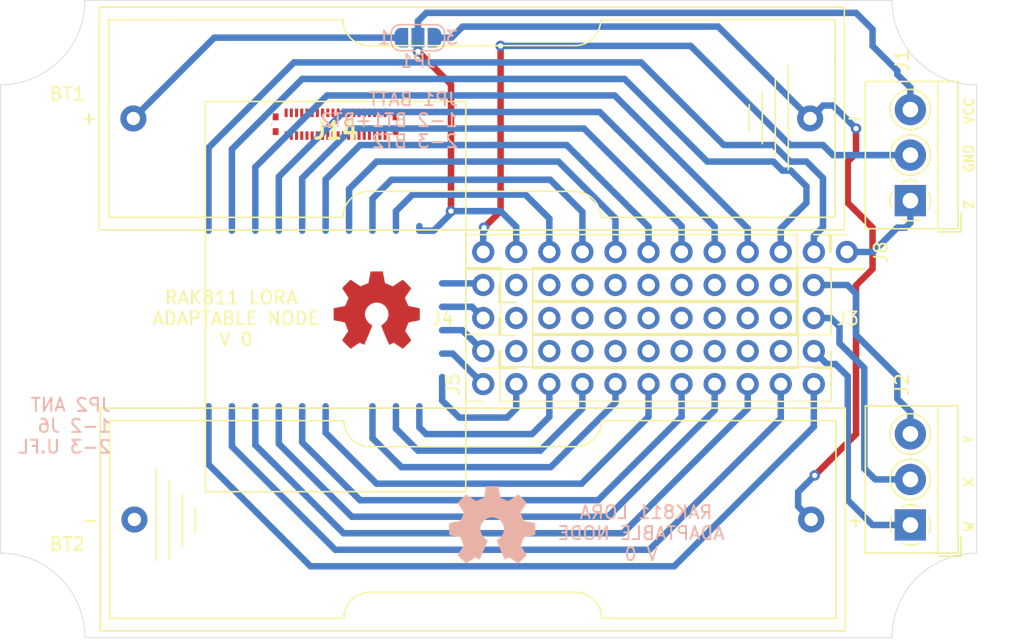
<source format=kicad_pcb>
(kicad_pcb (version 20171130) (host pcbnew 5.1.5-52549c5~86~ubuntu18.04.1)

  (general
    (thickness 1.6)
    (drawings 14)
    (tracks 201)
    (zones 0)
    (modules 20)
    (nets 103)
  )

  (page A4)
  (title_block
    (title "RAK811 LORA ADAPTABLE NODE")
    (company Galopago)
  )

  (layers
    (0 F.Cu signal)
    (31 B.Cu signal)
    (32 B.Adhes user)
    (33 F.Adhes user)
    (34 B.Paste user)
    (35 F.Paste user)
    (36 B.SilkS user)
    (37 F.SilkS user)
    (38 B.Mask user)
    (39 F.Mask user)
    (40 Dwgs.User user)
    (41 Cmts.User user)
    (42 Eco1.User user)
    (43 Eco2.User user)
    (44 Edge.Cuts user)
    (45 Margin user)
    (46 B.CrtYd user)
    (47 F.CrtYd user)
    (48 B.Fab user)
    (49 F.Fab user)
  )

  (setup
    (last_trace_width 0.5)
    (trace_clearance 0.2)
    (zone_clearance 0.508)
    (zone_45_only no)
    (trace_min 0.2)
    (via_size 0.8)
    (via_drill 0.4)
    (via_min_size 0.4)
    (via_min_drill 0.3)
    (uvia_size 0.3)
    (uvia_drill 0.1)
    (uvias_allowed no)
    (uvia_min_size 0.2)
    (uvia_min_drill 0.1)
    (edge_width 0.05)
    (segment_width 0.2)
    (pcb_text_width 0.3)
    (pcb_text_size 1.5 1.5)
    (mod_edge_width 0.12)
    (mod_text_size 1 1)
    (mod_text_width 0.15)
    (pad_size 2 2)
    (pad_drill 1.02)
    (pad_to_mask_clearance 0.051)
    (solder_mask_min_width 0.25)
    (aux_axis_origin 0 0)
    (visible_elements FFFFFF7F)
    (pcbplotparams
      (layerselection 0x010f0_ffffffff)
      (usegerberextensions false)
      (usegerberattributes false)
      (usegerberadvancedattributes false)
      (creategerberjobfile false)
      (excludeedgelayer true)
      (linewidth 0.100000)
      (plotframeref false)
      (viasonmask false)
      (mode 1)
      (useauxorigin false)
      (hpglpennumber 1)
      (hpglpenspeed 20)
      (hpglpendiameter 15.000000)
      (psnegative false)
      (psa4output false)
      (plotreference true)
      (plotvalue true)
      (plotinvisibletext false)
      (padsonsilk true)
      (subtractmaskfromsilk true)
      (outputformat 1)
      (mirror false)
      (drillshape 0)
      (scaleselection 1)
      (outputdirectory "gerber/single/"))
  )

  (net 0 "")
  (net 1 "Net-(BT1-Pad1)")
  (net 2 "Net-(BT1-Pad2)")
  (net 3 "Net-(BT2-Pad2)")
  (net 4 "Net-(J2-Pad3)")
  (net 5 "Net-(J2-Pad2)")
  (net 6 "Net-(J2-Pad1)")
  (net 7 "Net-(J4-Pad3)")
  (net 8 "Net-(J4-Pad2)")
  (net 9 "Net-(J4-Pad1)")
  (net 10 "Net-(J5-Pad11)")
  (net 11 "Net-(J5-Pad10)")
  (net 12 "Net-(J5-Pad9)")
  (net 13 "Net-(J5-Pad8)")
  (net 14 "Net-(J5-Pad7)")
  (net 15 "Net-(J5-Pad6)")
  (net 16 "Net-(J5-Pad5)")
  (net 17 "Net-(J5-Pad4)")
  (net 18 "Net-(J5-Pad3)")
  (net 19 "Net-(J5-Pad2)")
  (net 20 "Net-(J5-Pad1)")
  (net 21 "Net-(J8-Pad9)")
  (net 22 "Net-(J8-Pad8)")
  (net 23 "Net-(J8-Pad7)")
  (net 24 "Net-(J8-Pad6)")
  (net 25 "Net-(J8-Pad5)")
  (net 26 "Net-(J8-Pad4)")
  (net 27 "Net-(J8-Pad3)")
  (net 28 "Net-(J8-Pad2)")
  (net 29 "Net-(J8-Pad1)")
  (net 30 "Net-(J1-Pad3)")
  (net 31 "Net-(J1-Pad1)")
  (net 32 "Net-(J10-Pad9)")
  (net 33 "Net-(J10-Pad8)")
  (net 34 "Net-(J10-Pad7)")
  (net 35 "Net-(J10-Pad6)")
  (net 36 "Net-(J10-Pad5)")
  (net 37 "Net-(J10-Pad4)")
  (net 38 "Net-(J10-Pad3)")
  (net 39 "Net-(J10-Pad2)")
  (net 40 "Net-(J10-Pad1)")
  (net 41 "Net-(J11-Pad9)")
  (net 42 "Net-(J11-Pad8)")
  (net 43 "Net-(J11-Pad7)")
  (net 44 "Net-(J11-Pad6)")
  (net 45 "Net-(J11-Pad5)")
  (net 46 "Net-(J11-Pad4)")
  (net 47 "Net-(J11-Pad3)")
  (net 48 "Net-(J11-Pad2)")
  (net 49 "Net-(J11-Pad1)")
  (net 50 "Net-(J12-Pad9)")
  (net 51 "Net-(J12-Pad8)")
  (net 52 "Net-(J12-Pad7)")
  (net 53 "Net-(J12-Pad6)")
  (net 54 "Net-(J12-Pad5)")
  (net 55 "Net-(J12-Pad4)")
  (net 56 "Net-(J12-Pad3)")
  (net 57 "Net-(J12-Pad2)")
  (net 58 "Net-(J12-Pad1)")
  (net 59 "Net-(J14-PadMP4)")
  (net 60 "Net-(J14-PadMP3)")
  (net 61 "Net-(J14-PadMP2)")
  (net 62 "Net-(J14-PadMP1)")
  (net 63 "Net-(J14-Pad40)")
  (net 64 "Net-(J14-Pad39)")
  (net 65 "Net-(J14-Pad38)")
  (net 66 "Net-(J14-Pad37)")
  (net 67 "Net-(J14-Pad36)")
  (net 68 "Net-(J14-Pad35)")
  (net 69 "Net-(J14-Pad34)")
  (net 70 "Net-(J14-Pad33)")
  (net 71 "Net-(J14-Pad32)")
  (net 72 "Net-(J14-Pad31)")
  (net 73 "Net-(J14-Pad30)")
  (net 74 "Net-(J14-Pad29)")
  (net 75 "Net-(J14-Pad28)")
  (net 76 "Net-(J14-Pad27)")
  (net 77 "Net-(J14-Pad26)")
  (net 78 "Net-(J14-Pad25)")
  (net 79 "Net-(J14-Pad24)")
  (net 80 "Net-(J14-Pad23)")
  (net 81 "Net-(J14-Pad22)")
  (net 82 "Net-(J14-Pad21)")
  (net 83 "Net-(J14-Pad20)")
  (net 84 "Net-(J14-Pad19)")
  (net 85 "Net-(J14-Pad18)")
  (net 86 "Net-(J14-Pad17)")
  (net 87 "Net-(J14-Pad16)")
  (net 88 "Net-(J14-Pad15)")
  (net 89 "Net-(J14-Pad14)")
  (net 90 "Net-(J14-Pad13)")
  (net 91 "Net-(J14-Pad12)")
  (net 92 "Net-(J14-Pad11)")
  (net 93 "Net-(J14-Pad10)")
  (net 94 "Net-(J14-Pad9)")
  (net 95 "Net-(J14-Pad8)")
  (net 96 "Net-(J14-Pad7)")
  (net 97 "Net-(J14-Pad6)")
  (net 98 "Net-(J14-Pad5)")
  (net 99 "Net-(J14-Pad4)")
  (net 100 "Net-(J14-Pad3)")
  (net 101 "Net-(J14-Pad2)")
  (net 102 "Net-(J14-Pad1)")

  (net_class Default "This is the default net class."
    (clearance 0.2)
    (trace_width 0.5)
    (via_dia 0.8)
    (via_drill 0.4)
    (uvia_dia 0.3)
    (uvia_drill 0.1)
    (add_net "Net-(BT1-Pad1)")
    (add_net "Net-(BT1-Pad2)")
    (add_net "Net-(BT2-Pad2)")
    (add_net "Net-(J1-Pad1)")
    (add_net "Net-(J1-Pad3)")
    (add_net "Net-(J10-Pad1)")
    (add_net "Net-(J10-Pad2)")
    (add_net "Net-(J10-Pad3)")
    (add_net "Net-(J10-Pad4)")
    (add_net "Net-(J10-Pad5)")
    (add_net "Net-(J10-Pad6)")
    (add_net "Net-(J10-Pad7)")
    (add_net "Net-(J10-Pad8)")
    (add_net "Net-(J10-Pad9)")
    (add_net "Net-(J11-Pad1)")
    (add_net "Net-(J11-Pad2)")
    (add_net "Net-(J11-Pad3)")
    (add_net "Net-(J11-Pad4)")
    (add_net "Net-(J11-Pad5)")
    (add_net "Net-(J11-Pad6)")
    (add_net "Net-(J11-Pad7)")
    (add_net "Net-(J11-Pad8)")
    (add_net "Net-(J11-Pad9)")
    (add_net "Net-(J12-Pad1)")
    (add_net "Net-(J12-Pad2)")
    (add_net "Net-(J12-Pad3)")
    (add_net "Net-(J12-Pad4)")
    (add_net "Net-(J12-Pad5)")
    (add_net "Net-(J12-Pad6)")
    (add_net "Net-(J12-Pad7)")
    (add_net "Net-(J12-Pad8)")
    (add_net "Net-(J12-Pad9)")
    (add_net "Net-(J14-Pad1)")
    (add_net "Net-(J14-Pad10)")
    (add_net "Net-(J14-Pad11)")
    (add_net "Net-(J14-Pad12)")
    (add_net "Net-(J14-Pad13)")
    (add_net "Net-(J14-Pad14)")
    (add_net "Net-(J14-Pad15)")
    (add_net "Net-(J14-Pad16)")
    (add_net "Net-(J14-Pad17)")
    (add_net "Net-(J14-Pad18)")
    (add_net "Net-(J14-Pad19)")
    (add_net "Net-(J14-Pad2)")
    (add_net "Net-(J14-Pad20)")
    (add_net "Net-(J14-Pad21)")
    (add_net "Net-(J14-Pad22)")
    (add_net "Net-(J14-Pad23)")
    (add_net "Net-(J14-Pad24)")
    (add_net "Net-(J14-Pad25)")
    (add_net "Net-(J14-Pad26)")
    (add_net "Net-(J14-Pad27)")
    (add_net "Net-(J14-Pad28)")
    (add_net "Net-(J14-Pad29)")
    (add_net "Net-(J14-Pad3)")
    (add_net "Net-(J14-Pad30)")
    (add_net "Net-(J14-Pad31)")
    (add_net "Net-(J14-Pad32)")
    (add_net "Net-(J14-Pad33)")
    (add_net "Net-(J14-Pad34)")
    (add_net "Net-(J14-Pad35)")
    (add_net "Net-(J14-Pad36)")
    (add_net "Net-(J14-Pad37)")
    (add_net "Net-(J14-Pad38)")
    (add_net "Net-(J14-Pad39)")
    (add_net "Net-(J14-Pad4)")
    (add_net "Net-(J14-Pad40)")
    (add_net "Net-(J14-Pad5)")
    (add_net "Net-(J14-Pad6)")
    (add_net "Net-(J14-Pad7)")
    (add_net "Net-(J14-Pad8)")
    (add_net "Net-(J14-Pad9)")
    (add_net "Net-(J14-PadMP1)")
    (add_net "Net-(J14-PadMP2)")
    (add_net "Net-(J14-PadMP3)")
    (add_net "Net-(J14-PadMP4)")
    (add_net "Net-(J2-Pad1)")
    (add_net "Net-(J2-Pad2)")
    (add_net "Net-(J2-Pad3)")
    (add_net "Net-(J4-Pad1)")
    (add_net "Net-(J4-Pad2)")
    (add_net "Net-(J4-Pad3)")
    (add_net "Net-(J5-Pad1)")
    (add_net "Net-(J5-Pad10)")
    (add_net "Net-(J5-Pad11)")
    (add_net "Net-(J5-Pad2)")
    (add_net "Net-(J5-Pad3)")
    (add_net "Net-(J5-Pad4)")
    (add_net "Net-(J5-Pad5)")
    (add_net "Net-(J5-Pad6)")
    (add_net "Net-(J5-Pad7)")
    (add_net "Net-(J5-Pad8)")
    (add_net "Net-(J5-Pad9)")
    (add_net "Net-(J8-Pad1)")
    (add_net "Net-(J8-Pad2)")
    (add_net "Net-(J8-Pad3)")
    (add_net "Net-(J8-Pad4)")
    (add_net "Net-(J8-Pad5)")
    (add_net "Net-(J8-Pad6)")
    (add_net "Net-(J8-Pad7)")
    (add_net "Net-(J8-Pad8)")
    (add_net "Net-(J8-Pad9)")
  )

  (module tempmod:FBB04004M40S1003K6M (layer F.Cu) (tedit 5FB74044) (tstamp 5FB79AD0)
    (at 125.7554 109.5248)
    (descr FBB04004-M40S1003K6M-1)
    (tags Connector)
    (path /5FB8A362)
    (attr smd)
    (fp_text reference J14 (at 0 0.5) (layer F.SilkS)
      (effects (font (size 1.27 1.27) (thickness 0.254)))
    )
    (fp_text value FBB04004-M40S1003K6M (at 0 0.5) (layer F.SilkS) hide
      (effects (font (size 1.27 1.27) (thickness 0.254)))
    )
    (fp_line (start 10 -1.75) (end 10 28.25) (layer F.SilkS) (width 0.12))
    (fp_line (start -10 -1.75) (end -10 28.25) (layer F.SilkS) (width 0.12))
    (fp_line (start -10 28.25) (end 10 28.25) (layer F.SilkS) (width 0.12))
    (fp_line (start -10 -1.75) (end 10 -1.75) (layer F.SilkS) (width 0.12))
    (fp_line (start -4.9 0.1) (end -4.9 -0.1) (layer F.SilkS) (width 0.1))
    (fp_line (start 4.9 0.1) (end 4.9 -0.1) (layer F.SilkS) (width 0.1))
    (fp_line (start 5.9 3.2) (end 5.9 -2.2) (layer F.CrtYd) (width 0.1))
    (fp_line (start -5.9 3.2) (end 5.9 3.2) (layer F.CrtYd) (width 0.1))
    (fp_line (start -5.9 -2.2) (end -5.9 3.2) (layer F.CrtYd) (width 0.1))
    (fp_line (start 5.9 -2.2) (end -5.9 -2.2) (layer F.CrtYd) (width 0.1))
    (fp_line (start 4.9 -1) (end 4.9 1) (layer F.Fab) (width 0.2))
    (fp_line (start -4.9 -1) (end 4.9 -1) (layer F.Fab) (width 0.2))
    (fp_line (start -4.9 1) (end -4.9 -1) (layer F.Fab) (width 0.2))
    (fp_line (start 4.9 1) (end -4.9 1) (layer F.Fab) (width 0.2))
    (fp_text user %R (at 0 0.5) (layer F.Fab)
      (effects (font (size 1.27 1.27) (thickness 0.254)))
    )
    (pad MP4 smd rect (at -4.605 0.565) (size 0.45 0.53) (layers F.Cu F.Paste F.Mask)
      (net 59 "Net-(J14-PadMP4)"))
    (pad MP3 smd rect (at -4.605 -0.565) (size 0.45 0.53) (layers F.Cu F.Paste F.Mask)
      (net 60 "Net-(J14-PadMP3)"))
    (pad MP2 smd rect (at 4.605 0.565) (size 0.45 0.53) (layers F.Cu F.Paste F.Mask)
      (net 61 "Net-(J14-PadMP2)"))
    (pad MP1 smd rect (at 4.605 -0.565) (size 0.45 0.53) (layers F.Cu F.Paste F.Mask)
      (net 62 "Net-(J14-PadMP1)"))
    (pad 40 smd rect (at 3.8 -0.875) (size 0.23 0.65) (layers F.Cu F.Paste F.Mask)
      (net 63 "Net-(J14-Pad40)"))
    (pad 39 smd rect (at 3.8 0.875) (size 0.23 0.65) (layers F.Cu F.Paste F.Mask)
      (net 64 "Net-(J14-Pad39)"))
    (pad 38 smd rect (at 3.4 -0.875) (size 0.23 0.65) (layers F.Cu F.Paste F.Mask)
      (net 65 "Net-(J14-Pad38)"))
    (pad 37 smd rect (at 3.4 0.875) (size 0.23 0.65) (layers F.Cu F.Paste F.Mask)
      (net 66 "Net-(J14-Pad37)"))
    (pad 36 smd rect (at 3 -0.875) (size 0.23 0.65) (layers F.Cu F.Paste F.Mask)
      (net 67 "Net-(J14-Pad36)"))
    (pad 35 smd rect (at 3 0.875) (size 0.23 0.65) (layers F.Cu F.Paste F.Mask)
      (net 68 "Net-(J14-Pad35)"))
    (pad 34 smd rect (at 2.6 -0.875) (size 0.23 0.65) (layers F.Cu F.Paste F.Mask)
      (net 69 "Net-(J14-Pad34)"))
    (pad 33 smd rect (at 2.6 0.875) (size 0.23 0.65) (layers F.Cu F.Paste F.Mask)
      (net 70 "Net-(J14-Pad33)"))
    (pad 32 smd rect (at 2.2 -0.875) (size 0.23 0.65) (layers F.Cu F.Paste F.Mask)
      (net 71 "Net-(J14-Pad32)"))
    (pad 31 smd rect (at 2.2 0.875) (size 0.23 0.65) (layers F.Cu F.Paste F.Mask)
      (net 72 "Net-(J14-Pad31)"))
    (pad 30 smd rect (at 1.8 -0.875) (size 0.23 0.65) (layers F.Cu F.Paste F.Mask)
      (net 73 "Net-(J14-Pad30)"))
    (pad 29 smd rect (at 1.8 0.875) (size 0.23 0.65) (layers F.Cu F.Paste F.Mask)
      (net 74 "Net-(J14-Pad29)"))
    (pad 28 smd rect (at 1.4 -0.875) (size 0.23 0.65) (layers F.Cu F.Paste F.Mask)
      (net 75 "Net-(J14-Pad28)"))
    (pad 27 smd rect (at 1.4 0.875) (size 0.23 0.65) (layers F.Cu F.Paste F.Mask)
      (net 76 "Net-(J14-Pad27)"))
    (pad 26 smd rect (at 1 -0.875) (size 0.23 0.65) (layers F.Cu F.Paste F.Mask)
      (net 77 "Net-(J14-Pad26)"))
    (pad 25 smd rect (at 1 0.875) (size 0.23 0.65) (layers F.Cu F.Paste F.Mask)
      (net 78 "Net-(J14-Pad25)"))
    (pad 24 smd rect (at 0.6 -0.875) (size 0.23 0.65) (layers F.Cu F.Paste F.Mask)
      (net 79 "Net-(J14-Pad24)"))
    (pad 23 smd rect (at 0.6 0.875) (size 0.23 0.65) (layers F.Cu F.Paste F.Mask)
      (net 80 "Net-(J14-Pad23)"))
    (pad 22 smd rect (at 0.2 -0.875) (size 0.23 0.65) (layers F.Cu F.Paste F.Mask)
      (net 81 "Net-(J14-Pad22)"))
    (pad 21 smd rect (at 0.2 0.875) (size 0.23 0.65) (layers F.Cu F.Paste F.Mask)
      (net 82 "Net-(J14-Pad21)"))
    (pad 20 smd rect (at -0.2 -0.875) (size 0.23 0.65) (layers F.Cu F.Paste F.Mask)
      (net 83 "Net-(J14-Pad20)"))
    (pad 19 smd rect (at -0.2 0.875) (size 0.23 0.65) (layers F.Cu F.Paste F.Mask)
      (net 84 "Net-(J14-Pad19)"))
    (pad 18 smd rect (at -0.6 -0.875) (size 0.23 0.65) (layers F.Cu F.Paste F.Mask)
      (net 85 "Net-(J14-Pad18)"))
    (pad 17 smd rect (at -0.6 0.875) (size 0.23 0.65) (layers F.Cu F.Paste F.Mask)
      (net 86 "Net-(J14-Pad17)"))
    (pad 16 smd rect (at -1 -0.875) (size 0.23 0.65) (layers F.Cu F.Paste F.Mask)
      (net 87 "Net-(J14-Pad16)"))
    (pad 15 smd rect (at -1 0.875) (size 0.23 0.65) (layers F.Cu F.Paste F.Mask)
      (net 88 "Net-(J14-Pad15)"))
    (pad 14 smd rect (at -1.4 -0.875) (size 0.23 0.65) (layers F.Cu F.Paste F.Mask)
      (net 89 "Net-(J14-Pad14)"))
    (pad 13 smd rect (at -1.4 0.875) (size 0.23 0.65) (layers F.Cu F.Paste F.Mask)
      (net 90 "Net-(J14-Pad13)"))
    (pad 12 smd rect (at -1.8 -0.875) (size 0.23 0.65) (layers F.Cu F.Paste F.Mask)
      (net 91 "Net-(J14-Pad12)"))
    (pad 11 smd rect (at -1.8 0.875) (size 0.23 0.65) (layers F.Cu F.Paste F.Mask)
      (net 92 "Net-(J14-Pad11)"))
    (pad 10 smd rect (at -2.2 -0.875) (size 0.23 0.65) (layers F.Cu F.Paste F.Mask)
      (net 93 "Net-(J14-Pad10)"))
    (pad 9 smd rect (at -2.2 0.875) (size 0.23 0.65) (layers F.Cu F.Paste F.Mask)
      (net 94 "Net-(J14-Pad9)"))
    (pad 8 smd rect (at -2.6 -0.875) (size 0.23 0.65) (layers F.Cu F.Paste F.Mask)
      (net 95 "Net-(J14-Pad8)"))
    (pad 7 smd rect (at -2.6 0.875) (size 0.23 0.65) (layers F.Cu F.Paste F.Mask)
      (net 96 "Net-(J14-Pad7)"))
    (pad 6 smd rect (at -3 -0.875) (size 0.23 0.65) (layers F.Cu F.Paste F.Mask)
      (net 97 "Net-(J14-Pad6)"))
    (pad 5 smd rect (at -3 0.875) (size 0.23 0.65) (layers F.Cu F.Paste F.Mask)
      (net 98 "Net-(J14-Pad5)"))
    (pad 4 smd rect (at -3.4 -0.875) (size 0.23 0.65) (layers F.Cu F.Paste F.Mask)
      (net 99 "Net-(J14-Pad4)"))
    (pad 3 smd rect (at -3.4 0.875) (size 0.23 0.65) (layers F.Cu F.Paste F.Mask)
      (net 100 "Net-(J14-Pad3)"))
    (pad 2 smd rect (at -3.8 -0.875) (size 0.23 0.65) (layers F.Cu F.Paste F.Mask)
      (net 101 "Net-(J14-Pad2)"))
    (pad 1 smd rect (at -3.8 0.875) (size 0.23 0.65) (layers F.Cu F.Paste F.Mask)
      (net 102 "Net-(J14-Pad1)"))
    (model FBB04004-M40S1003K6M.stp
      (at (xyz 0 0 0))
      (scale (xyz 1 1 1))
      (rotate (xyz 0 0 0))
    )
  )

  (module Symbol:OSHW-Symbol_6.7x6mm_SilkScreen (layer B.Cu) (tedit 0) (tstamp 5EFBCB82)
    (at 137.795 140.335 180)
    (descr "Open Source Hardware Symbol")
    (tags "Logo Symbol OSHW")
    (attr virtual)
    (fp_text reference REF** (at 0 0) (layer B.SilkS) hide
      (effects (font (size 1 1) (thickness 0.15)) (justify mirror))
    )
    (fp_text value OSHW-Symbol_6.7x6mm_SilkScreen (at 0.75 0) (layer B.Fab) hide
      (effects (font (size 1 1) (thickness 0.15)) (justify mirror))
    )
    (fp_poly (pts (xy 0.555814 2.531069) (xy 0.639635 2.086445) (xy 0.94892 1.958947) (xy 1.258206 1.831449)
      (xy 1.629246 2.083754) (xy 1.733157 2.154004) (xy 1.827087 2.216728) (xy 1.906652 2.269062)
      (xy 1.96747 2.308143) (xy 2.005157 2.331107) (xy 2.015421 2.336058) (xy 2.03391 2.323324)
      (xy 2.07342 2.288118) (xy 2.129522 2.234938) (xy 2.197787 2.168282) (xy 2.273786 2.092646)
      (xy 2.353092 2.012528) (xy 2.431275 1.932426) (xy 2.503907 1.856836) (xy 2.566559 1.790255)
      (xy 2.614803 1.737182) (xy 2.64421 1.702113) (xy 2.651241 1.690377) (xy 2.641123 1.66874)
      (xy 2.612759 1.621338) (xy 2.569129 1.552807) (xy 2.513218 1.467785) (xy 2.448006 1.370907)
      (xy 2.410219 1.31565) (xy 2.341343 1.214752) (xy 2.28014 1.123701) (xy 2.229578 1.04703)
      (xy 2.192628 0.989272) (xy 2.172258 0.954957) (xy 2.169197 0.947746) (xy 2.176136 0.927252)
      (xy 2.195051 0.879487) (xy 2.223087 0.811168) (xy 2.257391 0.729011) (xy 2.295109 0.63973)
      (xy 2.333387 0.550042) (xy 2.36937 0.466662) (xy 2.400206 0.396306) (xy 2.423039 0.34569)
      (xy 2.435017 0.321529) (xy 2.435724 0.320578) (xy 2.454531 0.315964) (xy 2.504618 0.305672)
      (xy 2.580793 0.290713) (xy 2.677865 0.272099) (xy 2.790643 0.250841) (xy 2.856442 0.238582)
      (xy 2.97695 0.215638) (xy 3.085797 0.193805) (xy 3.177476 0.174278) (xy 3.246481 0.158252)
      (xy 3.287304 0.146921) (xy 3.295511 0.143326) (xy 3.303548 0.118994) (xy 3.310033 0.064041)
      (xy 3.31497 -0.015108) (xy 3.318364 -0.112026) (xy 3.320218 -0.220287) (xy 3.320538 -0.333465)
      (xy 3.319327 -0.445135) (xy 3.31659 -0.548868) (xy 3.312331 -0.638241) (xy 3.306555 -0.706826)
      (xy 3.299267 -0.748197) (xy 3.294895 -0.75681) (xy 3.268764 -0.767133) (xy 3.213393 -0.781892)
      (xy 3.136107 -0.799352) (xy 3.04423 -0.81778) (xy 3.012158 -0.823741) (xy 2.857524 -0.852066)
      (xy 2.735375 -0.874876) (xy 2.641673 -0.89308) (xy 2.572384 -0.907583) (xy 2.523471 -0.919292)
      (xy 2.490897 -0.929115) (xy 2.470628 -0.937956) (xy 2.458626 -0.946724) (xy 2.456947 -0.948457)
      (xy 2.440184 -0.976371) (xy 2.414614 -1.030695) (xy 2.382788 -1.104777) (xy 2.34726 -1.191965)
      (xy 2.310583 -1.285608) (xy 2.275311 -1.379052) (xy 2.243996 -1.465647) (xy 2.219193 -1.53874)
      (xy 2.203454 -1.591678) (xy 2.199332 -1.617811) (xy 2.199676 -1.618726) (xy 2.213641 -1.640086)
      (xy 2.245322 -1.687084) (xy 2.291391 -1.754827) (xy 2.348518 -1.838423) (xy 2.413373 -1.932982)
      (xy 2.431843 -1.959854) (xy 2.497699 -2.057275) (xy 2.55565 -2.146163) (xy 2.602538 -2.221412)
      (xy 2.635207 -2.27792) (xy 2.6505 -2.310581) (xy 2.651241 -2.314593) (xy 2.638392 -2.335684)
      (xy 2.602888 -2.377464) (xy 2.549293 -2.435445) (xy 2.482171 -2.505135) (xy 2.406087 -2.582045)
      (xy 2.325604 -2.661683) (xy 2.245287 -2.739561) (xy 2.169699 -2.811186) (xy 2.103405 -2.87207)
      (xy 2.050969 -2.917721) (xy 2.016955 -2.94365) (xy 2.007545 -2.947883) (xy 1.985643 -2.937912)
      (xy 1.9408 -2.91102) (xy 1.880321 -2.871736) (xy 1.833789 -2.840117) (xy 1.749475 -2.782098)
      (xy 1.649626 -2.713784) (xy 1.549473 -2.645579) (xy 1.495627 -2.609075) (xy 1.313371 -2.4858)
      (xy 1.160381 -2.56852) (xy 1.090682 -2.604759) (xy 1.031414 -2.632926) (xy 0.991311 -2.648991)
      (xy 0.981103 -2.651226) (xy 0.968829 -2.634722) (xy 0.944613 -2.588082) (xy 0.910263 -2.515609)
      (xy 0.867588 -2.421606) (xy 0.818394 -2.310374) (xy 0.76449 -2.186215) (xy 0.707684 -2.053432)
      (xy 0.649782 -1.916327) (xy 0.592593 -1.779202) (xy 0.537924 -1.646358) (xy 0.487584 -1.522098)
      (xy 0.44338 -1.410725) (xy 0.407119 -1.316539) (xy 0.380609 -1.243844) (xy 0.365658 -1.196941)
      (xy 0.363254 -1.180833) (xy 0.382311 -1.160286) (xy 0.424036 -1.126933) (xy 0.479706 -1.087702)
      (xy 0.484378 -1.084599) (xy 0.628264 -0.969423) (xy 0.744283 -0.835053) (xy 0.83143 -0.685784)
      (xy 0.888699 -0.525913) (xy 0.915086 -0.359737) (xy 0.909585 -0.191552) (xy 0.87119 -0.025655)
      (xy 0.798895 0.133658) (xy 0.777626 0.168513) (xy 0.666996 0.309263) (xy 0.536302 0.422286)
      (xy 0.390064 0.506997) (xy 0.232808 0.562806) (xy 0.069057 0.589126) (xy -0.096667 0.58537)
      (xy -0.259838 0.55095) (xy -0.415935 0.485277) (xy -0.560433 0.387765) (xy -0.605131 0.348187)
      (xy -0.718888 0.224297) (xy -0.801782 0.093876) (xy -0.858644 -0.052315) (xy -0.890313 -0.197088)
      (xy -0.898131 -0.35986) (xy -0.872062 -0.52344) (xy -0.814755 -0.682298) (xy -0.728856 -0.830906)
      (xy -0.617014 -0.963735) (xy -0.481877 -1.075256) (xy -0.464117 -1.087011) (xy -0.40785 -1.125508)
      (xy -0.365077 -1.158863) (xy -0.344628 -1.18016) (xy -0.344331 -1.180833) (xy -0.348721 -1.203871)
      (xy -0.366124 -1.256157) (xy -0.394732 -1.33339) (xy -0.432735 -1.431268) (xy -0.478326 -1.545491)
      (xy -0.529697 -1.671758) (xy -0.585038 -1.805767) (xy -0.642542 -1.943218) (xy -0.700399 -2.079808)
      (xy -0.756802 -2.211237) (xy -0.809942 -2.333205) (xy -0.85801 -2.441409) (xy -0.899199 -2.531549)
      (xy -0.931699 -2.599323) (xy -0.953703 -2.64043) (xy -0.962564 -2.651226) (xy -0.98964 -2.642819)
      (xy -1.040303 -2.620272) (xy -1.105817 -2.587613) (xy -1.141841 -2.56852) (xy -1.294832 -2.4858)
      (xy -1.477088 -2.609075) (xy -1.570125 -2.672228) (xy -1.671985 -2.741727) (xy -1.767438 -2.807165)
      (xy -1.81525 -2.840117) (xy -1.882495 -2.885273) (xy -1.939436 -2.921057) (xy -1.978646 -2.942938)
      (xy -1.991381 -2.947563) (xy -2.009917 -2.935085) (xy -2.050941 -2.900252) (xy -2.110475 -2.846678)
      (xy -2.184542 -2.777983) (xy -2.269165 -2.697781) (xy -2.322685 -2.646286) (xy -2.416319 -2.554286)
      (xy -2.497241 -2.471999) (xy -2.562177 -2.402945) (xy -2.607858 -2.350644) (xy -2.631011 -2.318616)
      (xy -2.633232 -2.312116) (xy -2.622924 -2.287394) (xy -2.594439 -2.237405) (xy -2.550937 -2.167212)
      (xy -2.495577 -2.081875) (xy -2.43152 -1.986456) (xy -2.413303 -1.959854) (xy -2.346927 -1.863167)
      (xy -2.287378 -1.776117) (xy -2.237984 -1.703595) (xy -2.202075 -1.650493) (xy -2.182981 -1.621703)
      (xy -2.181136 -1.618726) (xy -2.183895 -1.595782) (xy -2.198538 -1.545336) (xy -2.222513 -1.474041)
      (xy -2.253266 -1.388547) (xy -2.288244 -1.295507) (xy -2.324893 -1.201574) (xy -2.360661 -1.113399)
      (xy -2.392994 -1.037634) (xy -2.419338 -0.980931) (xy -2.437142 -0.949943) (xy -2.438407 -0.948457)
      (xy -2.449294 -0.939601) (xy -2.467682 -0.930843) (xy -2.497606 -0.921277) (xy -2.543103 -0.909996)
      (xy -2.608209 -0.896093) (xy -2.696961 -0.878663) (xy -2.813393 -0.856798) (xy -2.961542 -0.829591)
      (xy -2.993618 -0.823741) (xy -3.088686 -0.805374) (xy -3.171565 -0.787405) (xy -3.23493 -0.771569)
      (xy -3.271458 -0.7596) (xy -3.276356 -0.75681) (xy -3.284427 -0.732072) (xy -3.290987 -0.67679)
      (xy -3.296033 -0.597389) (xy -3.299559 -0.500296) (xy -3.301561 -0.391938) (xy -3.302036 -0.27874)
      (xy -3.300977 -0.167128) (xy -3.298382 -0.063529) (xy -3.294246 0.025632) (xy -3.288563 0.093928)
      (xy -3.281331 0.134934) (xy -3.276971 0.143326) (xy -3.252698 0.151792) (xy -3.197426 0.165565)
      (xy -3.116662 0.18345) (xy -3.015912 0.204252) (xy -2.900683 0.226777) (xy -2.837902 0.238582)
      (xy -2.718787 0.260849) (xy -2.612565 0.281021) (xy -2.524427 0.298085) (xy -2.459566 0.311031)
      (xy -2.423174 0.318845) (xy -2.417184 0.320578) (xy -2.407061 0.34011) (xy -2.385662 0.387157)
      (xy -2.355839 0.454997) (xy -2.320445 0.536909) (xy -2.282332 0.626172) (xy -2.244353 0.716065)
      (xy -2.20936 0.799865) (xy -2.180206 0.870853) (xy -2.159743 0.922306) (xy -2.150823 0.947503)
      (xy -2.150657 0.948604) (xy -2.160769 0.968481) (xy -2.189117 1.014223) (xy -2.232723 1.081283)
      (xy -2.288606 1.165116) (xy -2.353787 1.261174) (xy -2.391679 1.31635) (xy -2.460725 1.417519)
      (xy -2.52205 1.50937) (xy -2.572663 1.587256) (xy -2.609571 1.646531) (xy -2.629782 1.682549)
      (xy -2.632701 1.690623) (xy -2.620153 1.709416) (xy -2.585463 1.749543) (xy -2.533063 1.806507)
      (xy -2.467384 1.875815) (xy -2.392856 1.952969) (xy -2.313913 2.033475) (xy -2.234983 2.112837)
      (xy -2.1605 2.18656) (xy -2.094894 2.250148) (xy -2.042596 2.299106) (xy -2.008039 2.328939)
      (xy -1.996478 2.336058) (xy -1.977654 2.326047) (xy -1.932631 2.297922) (xy -1.865787 2.254546)
      (xy -1.781499 2.198782) (xy -1.684144 2.133494) (xy -1.610707 2.083754) (xy -1.239667 1.831449)
      (xy -0.621095 2.086445) (xy -0.537275 2.531069) (xy -0.453454 2.975693) (xy 0.471994 2.975693)
      (xy 0.555814 2.531069)) (layer B.SilkS) (width 0.01))
  )

  (module Symbol:OSHW-Symbol_6.7x6mm_Copper (layer F.Cu) (tedit 0) (tstamp 5EFA987A)
    (at 128.905 123.825)
    (descr "Open Source Hardware Symbol")
    (tags "Logo Symbol OSHW")
    (attr virtual)
    (fp_text reference REF** (at 0 0) (layer F.SilkS) hide
      (effects (font (size 1 1) (thickness 0.15)))
    )
    (fp_text value OSHW-Symbol_6.7x6mm_Copper (at 0.75 0) (layer F.Fab) hide
      (effects (font (size 1 1) (thickness 0.15)))
    )
    (fp_poly (pts (xy 0.555814 -2.531069) (xy 0.639635 -2.086445) (xy 0.94892 -1.958947) (xy 1.258206 -1.831449)
      (xy 1.629246 -2.083754) (xy 1.733157 -2.154004) (xy 1.827087 -2.216728) (xy 1.906652 -2.269062)
      (xy 1.96747 -2.308143) (xy 2.005157 -2.331107) (xy 2.015421 -2.336058) (xy 2.03391 -2.323324)
      (xy 2.07342 -2.288118) (xy 2.129522 -2.234938) (xy 2.197787 -2.168282) (xy 2.273786 -2.092646)
      (xy 2.353092 -2.012528) (xy 2.431275 -1.932426) (xy 2.503907 -1.856836) (xy 2.566559 -1.790255)
      (xy 2.614803 -1.737182) (xy 2.64421 -1.702113) (xy 2.651241 -1.690377) (xy 2.641123 -1.66874)
      (xy 2.612759 -1.621338) (xy 2.569129 -1.552807) (xy 2.513218 -1.467785) (xy 2.448006 -1.370907)
      (xy 2.410219 -1.31565) (xy 2.341343 -1.214752) (xy 2.28014 -1.123701) (xy 2.229578 -1.04703)
      (xy 2.192628 -0.989272) (xy 2.172258 -0.954957) (xy 2.169197 -0.947746) (xy 2.176136 -0.927252)
      (xy 2.195051 -0.879487) (xy 2.223087 -0.811168) (xy 2.257391 -0.729011) (xy 2.295109 -0.63973)
      (xy 2.333387 -0.550042) (xy 2.36937 -0.466662) (xy 2.400206 -0.396306) (xy 2.423039 -0.34569)
      (xy 2.435017 -0.321529) (xy 2.435724 -0.320578) (xy 2.454531 -0.315964) (xy 2.504618 -0.305672)
      (xy 2.580793 -0.290713) (xy 2.677865 -0.272099) (xy 2.790643 -0.250841) (xy 2.856442 -0.238582)
      (xy 2.97695 -0.215638) (xy 3.085797 -0.193805) (xy 3.177476 -0.174278) (xy 3.246481 -0.158252)
      (xy 3.287304 -0.146921) (xy 3.295511 -0.143326) (xy 3.303548 -0.118994) (xy 3.310033 -0.064041)
      (xy 3.31497 0.015108) (xy 3.318364 0.112026) (xy 3.320218 0.220287) (xy 3.320538 0.333465)
      (xy 3.319327 0.445135) (xy 3.31659 0.548868) (xy 3.312331 0.638241) (xy 3.306555 0.706826)
      (xy 3.299267 0.748197) (xy 3.294895 0.75681) (xy 3.268764 0.767133) (xy 3.213393 0.781892)
      (xy 3.136107 0.799352) (xy 3.04423 0.81778) (xy 3.012158 0.823741) (xy 2.857524 0.852066)
      (xy 2.735375 0.874876) (xy 2.641673 0.89308) (xy 2.572384 0.907583) (xy 2.523471 0.919292)
      (xy 2.490897 0.929115) (xy 2.470628 0.937956) (xy 2.458626 0.946724) (xy 2.456947 0.948457)
      (xy 2.440184 0.976371) (xy 2.414614 1.030695) (xy 2.382788 1.104777) (xy 2.34726 1.191965)
      (xy 2.310583 1.285608) (xy 2.275311 1.379052) (xy 2.243996 1.465647) (xy 2.219193 1.53874)
      (xy 2.203454 1.591678) (xy 2.199332 1.617811) (xy 2.199676 1.618726) (xy 2.213641 1.640086)
      (xy 2.245322 1.687084) (xy 2.291391 1.754827) (xy 2.348518 1.838423) (xy 2.413373 1.932982)
      (xy 2.431843 1.959854) (xy 2.497699 2.057275) (xy 2.55565 2.146163) (xy 2.602538 2.221412)
      (xy 2.635207 2.27792) (xy 2.6505 2.310581) (xy 2.651241 2.314593) (xy 2.638392 2.335684)
      (xy 2.602888 2.377464) (xy 2.549293 2.435445) (xy 2.482171 2.505135) (xy 2.406087 2.582045)
      (xy 2.325604 2.661683) (xy 2.245287 2.739561) (xy 2.169699 2.811186) (xy 2.103405 2.87207)
      (xy 2.050969 2.917721) (xy 2.016955 2.94365) (xy 2.007545 2.947883) (xy 1.985643 2.937912)
      (xy 1.9408 2.91102) (xy 1.880321 2.871736) (xy 1.833789 2.840117) (xy 1.749475 2.782098)
      (xy 1.649626 2.713784) (xy 1.549473 2.645579) (xy 1.495627 2.609075) (xy 1.313371 2.4858)
      (xy 1.160381 2.56852) (xy 1.090682 2.604759) (xy 1.031414 2.632926) (xy 0.991311 2.648991)
      (xy 0.981103 2.651226) (xy 0.968829 2.634722) (xy 0.944613 2.588082) (xy 0.910263 2.515609)
      (xy 0.867588 2.421606) (xy 0.818394 2.310374) (xy 0.76449 2.186215) (xy 0.707684 2.053432)
      (xy 0.649782 1.916327) (xy 0.592593 1.779202) (xy 0.537924 1.646358) (xy 0.487584 1.522098)
      (xy 0.44338 1.410725) (xy 0.407119 1.316539) (xy 0.380609 1.243844) (xy 0.365658 1.196941)
      (xy 0.363254 1.180833) (xy 0.382311 1.160286) (xy 0.424036 1.126933) (xy 0.479706 1.087702)
      (xy 0.484378 1.084599) (xy 0.628264 0.969423) (xy 0.744283 0.835053) (xy 0.83143 0.685784)
      (xy 0.888699 0.525913) (xy 0.915086 0.359737) (xy 0.909585 0.191552) (xy 0.87119 0.025655)
      (xy 0.798895 -0.133658) (xy 0.777626 -0.168513) (xy 0.666996 -0.309263) (xy 0.536302 -0.422286)
      (xy 0.390064 -0.506997) (xy 0.232808 -0.562806) (xy 0.069057 -0.589126) (xy -0.096667 -0.58537)
      (xy -0.259838 -0.55095) (xy -0.415935 -0.485277) (xy -0.560433 -0.387765) (xy -0.605131 -0.348187)
      (xy -0.718888 -0.224297) (xy -0.801782 -0.093876) (xy -0.858644 0.052315) (xy -0.890313 0.197088)
      (xy -0.898131 0.35986) (xy -0.872062 0.52344) (xy -0.814755 0.682298) (xy -0.728856 0.830906)
      (xy -0.617014 0.963735) (xy -0.481877 1.075256) (xy -0.464117 1.087011) (xy -0.40785 1.125508)
      (xy -0.365077 1.158863) (xy -0.344628 1.18016) (xy -0.344331 1.180833) (xy -0.348721 1.203871)
      (xy -0.366124 1.256157) (xy -0.394732 1.33339) (xy -0.432735 1.431268) (xy -0.478326 1.545491)
      (xy -0.529697 1.671758) (xy -0.585038 1.805767) (xy -0.642542 1.943218) (xy -0.700399 2.079808)
      (xy -0.756802 2.211237) (xy -0.809942 2.333205) (xy -0.85801 2.441409) (xy -0.899199 2.531549)
      (xy -0.931699 2.599323) (xy -0.953703 2.64043) (xy -0.962564 2.651226) (xy -0.98964 2.642819)
      (xy -1.040303 2.620272) (xy -1.105817 2.587613) (xy -1.141841 2.56852) (xy -1.294832 2.4858)
      (xy -1.477088 2.609075) (xy -1.570125 2.672228) (xy -1.671985 2.741727) (xy -1.767438 2.807165)
      (xy -1.81525 2.840117) (xy -1.882495 2.885273) (xy -1.939436 2.921057) (xy -1.978646 2.942938)
      (xy -1.991381 2.947563) (xy -2.009917 2.935085) (xy -2.050941 2.900252) (xy -2.110475 2.846678)
      (xy -2.184542 2.777983) (xy -2.269165 2.697781) (xy -2.322685 2.646286) (xy -2.416319 2.554286)
      (xy -2.497241 2.471999) (xy -2.562177 2.402945) (xy -2.607858 2.350644) (xy -2.631011 2.318616)
      (xy -2.633232 2.312116) (xy -2.622924 2.287394) (xy -2.594439 2.237405) (xy -2.550937 2.167212)
      (xy -2.495577 2.081875) (xy -2.43152 1.986456) (xy -2.413303 1.959854) (xy -2.346927 1.863167)
      (xy -2.287378 1.776117) (xy -2.237984 1.703595) (xy -2.202075 1.650493) (xy -2.182981 1.621703)
      (xy -2.181136 1.618726) (xy -2.183895 1.595782) (xy -2.198538 1.545336) (xy -2.222513 1.474041)
      (xy -2.253266 1.388547) (xy -2.288244 1.295507) (xy -2.324893 1.201574) (xy -2.360661 1.113399)
      (xy -2.392994 1.037634) (xy -2.419338 0.980931) (xy -2.437142 0.949943) (xy -2.438407 0.948457)
      (xy -2.449294 0.939601) (xy -2.467682 0.930843) (xy -2.497606 0.921277) (xy -2.543103 0.909996)
      (xy -2.608209 0.896093) (xy -2.696961 0.878663) (xy -2.813393 0.856798) (xy -2.961542 0.829591)
      (xy -2.993618 0.823741) (xy -3.088686 0.805374) (xy -3.171565 0.787405) (xy -3.23493 0.771569)
      (xy -3.271458 0.7596) (xy -3.276356 0.75681) (xy -3.284427 0.732072) (xy -3.290987 0.67679)
      (xy -3.296033 0.597389) (xy -3.299559 0.500296) (xy -3.301561 0.391938) (xy -3.302036 0.27874)
      (xy -3.300977 0.167128) (xy -3.298382 0.063529) (xy -3.294246 -0.025632) (xy -3.288563 -0.093928)
      (xy -3.281331 -0.134934) (xy -3.276971 -0.143326) (xy -3.252698 -0.151792) (xy -3.197426 -0.165565)
      (xy -3.116662 -0.18345) (xy -3.015912 -0.204252) (xy -2.900683 -0.226777) (xy -2.837902 -0.238582)
      (xy -2.718787 -0.260849) (xy -2.612565 -0.281021) (xy -2.524427 -0.298085) (xy -2.459566 -0.311031)
      (xy -2.423174 -0.318845) (xy -2.417184 -0.320578) (xy -2.407061 -0.34011) (xy -2.385662 -0.387157)
      (xy -2.355839 -0.454997) (xy -2.320445 -0.536909) (xy -2.282332 -0.626172) (xy -2.244353 -0.716065)
      (xy -2.20936 -0.799865) (xy -2.180206 -0.870853) (xy -2.159743 -0.922306) (xy -2.150823 -0.947503)
      (xy -2.150657 -0.948604) (xy -2.160769 -0.968481) (xy -2.189117 -1.014223) (xy -2.232723 -1.081283)
      (xy -2.288606 -1.165116) (xy -2.353787 -1.261174) (xy -2.391679 -1.31635) (xy -2.460725 -1.417519)
      (xy -2.52205 -1.50937) (xy -2.572663 -1.587256) (xy -2.609571 -1.646531) (xy -2.629782 -1.682549)
      (xy -2.632701 -1.690623) (xy -2.620153 -1.709416) (xy -2.585463 -1.749543) (xy -2.533063 -1.806507)
      (xy -2.467384 -1.875815) (xy -2.392856 -1.952969) (xy -2.313913 -2.033475) (xy -2.234983 -2.112837)
      (xy -2.1605 -2.18656) (xy -2.094894 -2.250148) (xy -2.042596 -2.299106) (xy -2.008039 -2.328939)
      (xy -1.996478 -2.336058) (xy -1.977654 -2.326047) (xy -1.932631 -2.297922) (xy -1.865787 -2.254546)
      (xy -1.781499 -2.198782) (xy -1.684144 -2.133494) (xy -1.610707 -2.083754) (xy -1.239667 -1.831449)
      (xy -0.621095 -2.086445) (xy -0.537275 -2.531069) (xy -0.453454 -2.975693) (xy 0.471994 -2.975693)
      (xy 0.555814 -2.531069)) (layer F.Cu) (width 0.01))
  )

  (module Connector_PinHeader_2.54mm:PinHeader_1x09_P2.54mm_Vertical (layer F.Cu) (tedit 5EFA7A83) (tstamp 5EFA8480)
    (at 139.635 121.885 90)
    (descr "Through hole straight pin header, 1x09, 2.54mm pitch, single row")
    (tags "Through hole pin header THT 1x09 2.54mm single row")
    (path /5EFC1064)
    (fp_text reference J12 (at 0 -2.33 90) (layer F.SilkS) hide
      (effects (font (size 1 1) (thickness 0.15)))
    )
    (fp_text value Conn_01x09_Male (at 0 22.65 90) (layer F.Fab)
      (effects (font (size 1 1) (thickness 0.15)))
    )
    (fp_text user %R (at 0 10.16) (layer F.Fab)
      (effects (font (size 1 1) (thickness 0.15)))
    )
    (fp_line (start 1.8 -1.8) (end -1.8 -1.8) (layer F.CrtYd) (width 0.05))
    (fp_line (start 1.8 22.1) (end 1.8 -1.8) (layer F.CrtYd) (width 0.05))
    (fp_line (start -1.8 22.1) (end 1.8 22.1) (layer F.CrtYd) (width 0.05))
    (fp_line (start -1.8 -1.8) (end -1.8 22.1) (layer F.CrtYd) (width 0.05))
    (fp_line (start -1.33 -1.33) (end 0 -1.33) (layer F.SilkS) (width 0.12))
    (fp_line (start -1.33 0) (end -1.33 -1.33) (layer F.SilkS) (width 0.12))
    (fp_line (start -1.33 1.27) (end 1.33 1.27) (layer F.SilkS) (width 0.12))
    (fp_line (start 1.33 1.27) (end 1.33 21.65) (layer F.SilkS) (width 0.12))
    (fp_line (start -1.33 1.27) (end -1.33 21.65) (layer F.SilkS) (width 0.12))
    (fp_line (start -1.33 21.65) (end 1.33 21.65) (layer F.SilkS) (width 0.12))
    (fp_line (start -1.27 -0.635) (end -0.635 -1.27) (layer F.Fab) (width 0.1))
    (fp_line (start -1.27 21.59) (end -1.27 -0.635) (layer F.Fab) (width 0.1))
    (fp_line (start 1.27 21.59) (end -1.27 21.59) (layer F.Fab) (width 0.1))
    (fp_line (start 1.27 -1.27) (end 1.27 21.59) (layer F.Fab) (width 0.1))
    (fp_line (start -0.635 -1.27) (end 1.27 -1.27) (layer F.Fab) (width 0.1))
    (pad 9 thru_hole oval (at 0 20.32 90) (size 1.7 1.7) (drill 1) (layers *.Cu *.Mask)
      (net 50 "Net-(J12-Pad9)"))
    (pad 8 thru_hole oval (at 0 17.78 90) (size 1.7 1.7) (drill 1) (layers *.Cu *.Mask)
      (net 51 "Net-(J12-Pad8)"))
    (pad 7 thru_hole oval (at 0 15.24 90) (size 1.7 1.7) (drill 1) (layers *.Cu *.Mask)
      (net 52 "Net-(J12-Pad7)"))
    (pad 6 thru_hole oval (at 0 12.7 90) (size 1.7 1.7) (drill 1) (layers *.Cu *.Mask)
      (net 53 "Net-(J12-Pad6)"))
    (pad 5 thru_hole oval (at 0 10.16 90) (size 1.7 1.7) (drill 1) (layers *.Cu *.Mask)
      (net 54 "Net-(J12-Pad5)"))
    (pad 4 thru_hole oval (at 0 7.62 90) (size 1.7 1.7) (drill 1) (layers *.Cu *.Mask)
      (net 55 "Net-(J12-Pad4)"))
    (pad 3 thru_hole oval (at 0 5.08 90) (size 1.7 1.7) (drill 1) (layers *.Cu *.Mask)
      (net 56 "Net-(J12-Pad3)"))
    (pad 2 thru_hole oval (at 0 2.54 90) (size 1.7 1.7) (drill 1) (layers *.Cu *.Mask)
      (net 57 "Net-(J12-Pad2)"))
    (pad 1 thru_hole circle (at 0 0 90) (size 1.7 1.7) (drill 1) (layers *.Cu *.Mask)
      (net 58 "Net-(J12-Pad1)"))
    (model ${KISYS3DMOD}/Connector_PinHeader_2.54mm.3dshapes/PinHeader_1x09_P2.54mm_Vertical.wrl
      (at (xyz 0 0 0))
      (scale (xyz 1 1 1))
      (rotate (xyz 0 0 0))
    )
  )

  (module Connector_PinHeader_2.54mm:PinHeader_1x09_P2.54mm_Vertical (layer F.Cu) (tedit 5EFA7A8C) (tstamp 5EFA8463)
    (at 139.635 124.425 90)
    (descr "Through hole straight pin header, 1x09, 2.54mm pitch, single row")
    (tags "Through hole pin header THT 1x09 2.54mm single row")
    (path /5EFBD325)
    (fp_text reference J11 (at 0 -2.33 90) (layer F.SilkS) hide
      (effects (font (size 1 1) (thickness 0.15)))
    )
    (fp_text value Conn_01x09_Male (at 0 22.65 90) (layer F.Fab)
      (effects (font (size 1 1) (thickness 0.15)))
    )
    (fp_text user %R (at 0 10.16) (layer F.Fab)
      (effects (font (size 1 1) (thickness 0.15)))
    )
    (fp_line (start 1.8 -1.8) (end -1.8 -1.8) (layer F.CrtYd) (width 0.05))
    (fp_line (start 1.8 22.1) (end 1.8 -1.8) (layer F.CrtYd) (width 0.05))
    (fp_line (start -1.8 22.1) (end 1.8 22.1) (layer F.CrtYd) (width 0.05))
    (fp_line (start -1.8 -1.8) (end -1.8 22.1) (layer F.CrtYd) (width 0.05))
    (fp_line (start -1.33 -1.33) (end 0 -1.33) (layer F.SilkS) (width 0.12))
    (fp_line (start -1.33 0) (end -1.33 -1.33) (layer F.SilkS) (width 0.12))
    (fp_line (start -1.33 1.27) (end 1.33 1.27) (layer F.SilkS) (width 0.12))
    (fp_line (start 1.33 1.27) (end 1.33 21.65) (layer F.SilkS) (width 0.12))
    (fp_line (start -1.33 1.27) (end -1.33 21.65) (layer F.SilkS) (width 0.12))
    (fp_line (start -1.33 21.65) (end 1.33 21.65) (layer F.SilkS) (width 0.12))
    (fp_line (start -1.27 -0.635) (end -0.635 -1.27) (layer F.Fab) (width 0.1))
    (fp_line (start -1.27 21.59) (end -1.27 -0.635) (layer F.Fab) (width 0.1))
    (fp_line (start 1.27 21.59) (end -1.27 21.59) (layer F.Fab) (width 0.1))
    (fp_line (start 1.27 -1.27) (end 1.27 21.59) (layer F.Fab) (width 0.1))
    (fp_line (start -0.635 -1.27) (end 1.27 -1.27) (layer F.Fab) (width 0.1))
    (pad 9 thru_hole oval (at 0 20.32 90) (size 1.7 1.7) (drill 1) (layers *.Cu *.Mask)
      (net 41 "Net-(J11-Pad9)"))
    (pad 8 thru_hole oval (at 0 17.78 90) (size 1.7 1.7) (drill 1) (layers *.Cu *.Mask)
      (net 42 "Net-(J11-Pad8)"))
    (pad 7 thru_hole oval (at 0 15.24 90) (size 1.7 1.7) (drill 1) (layers *.Cu *.Mask)
      (net 43 "Net-(J11-Pad7)"))
    (pad 6 thru_hole oval (at 0 12.7 90) (size 1.7 1.7) (drill 1) (layers *.Cu *.Mask)
      (net 44 "Net-(J11-Pad6)"))
    (pad 5 thru_hole oval (at 0 10.16 90) (size 1.7 1.7) (drill 1) (layers *.Cu *.Mask)
      (net 45 "Net-(J11-Pad5)"))
    (pad 4 thru_hole oval (at 0 7.62 90) (size 1.7 1.7) (drill 1) (layers *.Cu *.Mask)
      (net 46 "Net-(J11-Pad4)"))
    (pad 3 thru_hole oval (at 0 5.08 90) (size 1.7 1.7) (drill 1) (layers *.Cu *.Mask)
      (net 47 "Net-(J11-Pad3)"))
    (pad 2 thru_hole oval (at 0 2.54 90) (size 1.7 1.7) (drill 1) (layers *.Cu *.Mask)
      (net 48 "Net-(J11-Pad2)"))
    (pad 1 thru_hole circle (at 0 0 90) (size 1.7 1.7) (drill 1) (layers *.Cu *.Mask)
      (net 49 "Net-(J11-Pad1)"))
    (model ${KISYS3DMOD}/Connector_PinHeader_2.54mm.3dshapes/PinHeader_1x09_P2.54mm_Vertical.wrl
      (at (xyz 0 0 0))
      (scale (xyz 1 1 1))
      (rotate (xyz 0 0 0))
    )
  )

  (module Connector_PinHeader_2.54mm:PinHeader_1x09_P2.54mm_Vertical (layer F.Cu) (tedit 5EFA7A93) (tstamp 5EFA8446)
    (at 139.635 126.965 90)
    (descr "Through hole straight pin header, 1x09, 2.54mm pitch, single row")
    (tags "Through hole pin header THT 1x09 2.54mm single row")
    (path /5EFBF61F)
    (fp_text reference J10 (at 0 -2.33 90) (layer F.SilkS) hide
      (effects (font (size 1 1) (thickness 0.15)))
    )
    (fp_text value Conn_01x09_Male (at 0 22.65 90) (layer F.Fab)
      (effects (font (size 1 1) (thickness 0.15)))
    )
    (fp_text user %R (at 0 10.16) (layer F.Fab)
      (effects (font (size 1 1) (thickness 0.15)))
    )
    (fp_line (start 1.8 -1.8) (end -1.8 -1.8) (layer F.CrtYd) (width 0.05))
    (fp_line (start 1.8 22.1) (end 1.8 -1.8) (layer F.CrtYd) (width 0.05))
    (fp_line (start -1.8 22.1) (end 1.8 22.1) (layer F.CrtYd) (width 0.05))
    (fp_line (start -1.8 -1.8) (end -1.8 22.1) (layer F.CrtYd) (width 0.05))
    (fp_line (start -1.33 -1.33) (end 0 -1.33) (layer F.SilkS) (width 0.12))
    (fp_line (start -1.33 0) (end -1.33 -1.33) (layer F.SilkS) (width 0.12))
    (fp_line (start -1.33 1.27) (end 1.33 1.27) (layer F.SilkS) (width 0.12))
    (fp_line (start 1.33 1.27) (end 1.33 21.65) (layer F.SilkS) (width 0.12))
    (fp_line (start -1.33 1.27) (end -1.33 21.65) (layer F.SilkS) (width 0.12))
    (fp_line (start -1.33 21.65) (end 1.33 21.65) (layer F.SilkS) (width 0.12))
    (fp_line (start -1.27 -0.635) (end -0.635 -1.27) (layer F.Fab) (width 0.1))
    (fp_line (start -1.27 21.59) (end -1.27 -0.635) (layer F.Fab) (width 0.1))
    (fp_line (start 1.27 21.59) (end -1.27 21.59) (layer F.Fab) (width 0.1))
    (fp_line (start 1.27 -1.27) (end 1.27 21.59) (layer F.Fab) (width 0.1))
    (fp_line (start -0.635 -1.27) (end 1.27 -1.27) (layer F.Fab) (width 0.1))
    (pad 9 thru_hole oval (at 0 20.32 90) (size 1.7 1.7) (drill 1) (layers *.Cu *.Mask)
      (net 32 "Net-(J10-Pad9)"))
    (pad 8 thru_hole oval (at 0 17.78 90) (size 1.7 1.7) (drill 1) (layers *.Cu *.Mask)
      (net 33 "Net-(J10-Pad8)"))
    (pad 7 thru_hole oval (at 0 15.24 90) (size 1.7 1.7) (drill 1) (layers *.Cu *.Mask)
      (net 34 "Net-(J10-Pad7)"))
    (pad 6 thru_hole oval (at 0 12.7 90) (size 1.7 1.7) (drill 1) (layers *.Cu *.Mask)
      (net 35 "Net-(J10-Pad6)"))
    (pad 5 thru_hole oval (at 0 10.16 90) (size 1.7 1.7) (drill 1) (layers *.Cu *.Mask)
      (net 36 "Net-(J10-Pad5)"))
    (pad 4 thru_hole oval (at 0 7.62 90) (size 1.7 1.7) (drill 1) (layers *.Cu *.Mask)
      (net 37 "Net-(J10-Pad4)"))
    (pad 3 thru_hole oval (at 0 5.08 90) (size 1.7 1.7) (drill 1) (layers *.Cu *.Mask)
      (net 38 "Net-(J10-Pad3)"))
    (pad 2 thru_hole oval (at 0 2.54 90) (size 1.7 1.7) (drill 1) (layers *.Cu *.Mask)
      (net 39 "Net-(J10-Pad2)"))
    (pad 1 thru_hole circle (at 0 0 90) (size 1.7 1.7) (drill 1) (layers *.Cu *.Mask)
      (net 40 "Net-(J10-Pad1)"))
    (model ${KISYS3DMOD}/Connector_PinHeader_2.54mm.3dshapes/PinHeader_1x09_P2.54mm_Vertical.wrl
      (at (xyz 0 0 0))
      (scale (xyz 1 1 1))
      (rotate (xyz 0 0 0))
    )
  )

  (module Connector_PinHeader_2.54mm:PinHeader_1x01_P2.54mm_Vertical (layer F.Cu) (tedit 5EF5A0F5) (tstamp 5EF5BA29)
    (at 165.035 119.345)
    (descr "Through hole straight pin header, 1x01, 2.54mm pitch, single row")
    (tags "Through hole pin header THT 1x01 2.54mm single row")
    (path /5F0B7D9E)
    (fp_text reference J9 (at 2.54 0) (layer F.SilkS) hide
      (effects (font (size 1 1) (thickness 0.15)))
    )
    (fp_text value Conn_01x01_Male (at 0 2.33) (layer F.Fab)
      (effects (font (size 1 1) (thickness 0.15)))
    )
    (fp_text user %R (at 0 0 90) (layer F.Fab)
      (effects (font (size 1 1) (thickness 0.15)))
    )
    (fp_line (start 1.8 -1.8) (end -1.8 -1.8) (layer F.CrtYd) (width 0.05))
    (fp_line (start 1.8 1.8) (end 1.8 -1.8) (layer F.CrtYd) (width 0.05))
    (fp_line (start -1.8 1.8) (end 1.8 1.8) (layer F.CrtYd) (width 0.05))
    (fp_line (start -1.8 -1.8) (end -1.8 1.8) (layer F.CrtYd) (width 0.05))
    (fp_line (start -1.33 -1.33) (end 0 -1.33) (layer F.SilkS) (width 0.12))
    (fp_line (start -1.33 0) (end -1.33 -1.33) (layer F.SilkS) (width 0.12))
    (fp_line (start -1.33 1.27) (end 1.33 1.27) (layer F.SilkS) (width 0.12))
    (fp_line (start 1.33 1.27) (end 1.33 1.33) (layer F.SilkS) (width 0.12))
    (fp_line (start -1.33 1.27) (end -1.33 1.33) (layer F.SilkS) (width 0.12))
    (fp_line (start -1.33 1.33) (end 1.33 1.33) (layer F.SilkS) (width 0.12))
    (fp_line (start -1.27 -0.635) (end -0.635 -1.27) (layer F.Fab) (width 0.1))
    (fp_line (start -1.27 1.27) (end -1.27 -0.635) (layer F.Fab) (width 0.1))
    (fp_line (start 1.27 1.27) (end -1.27 1.27) (layer F.Fab) (width 0.1))
    (fp_line (start 1.27 -1.27) (end 1.27 1.27) (layer F.Fab) (width 0.1))
    (fp_line (start -0.635 -1.27) (end 1.27 -1.27) (layer F.Fab) (width 0.1))
    (pad 1 thru_hole circle (at 0 0) (size 1.7 1.7) (drill 1) (layers *.Cu *.Mask)
      (net 31 "Net-(J1-Pad1)"))
    (model ${KISYS3DMOD}/Connector_PinHeader_2.54mm.3dshapes/PinHeader_1x01_P2.54mm_Vertical.wrl
      (at (xyz 0 0 0))
      (scale (xyz 1 1 1))
      (rotate (xyz 0 0 0))
    )
  )

  (module TerminalBlock_4Ucon:TerminalBlock_4Ucon_1x03_P3.50mm_Horizontal (layer F.Cu) (tedit 5B294E91) (tstamp 5EFBD0BF)
    (at 169.91 115.4 90)
    (descr "Terminal Block 4Ucon ItemNo. 20193, 3 pins, pitch 3.5mm, size 11.2x7mm^2, drill diamater 1.2mm, pad diameter 2.4mm, see http://www.4uconnector.com/online/object/4udrawing/20193.pdf, script-generated using https://github.com/pointhi/kicad-footprint-generator/scripts/TerminalBlock_4Ucon")
    (tags "THT Terminal Block 4Ucon ItemNo. 20193 pitch 3.5mm size 11.2x7mm^2 drill 1.2mm pad 2.4mm")
    (path /5F08CEA4)
    (fp_text reference J1 (at 10.795 -0.635 90) (layer F.SilkS)
      (effects (font (size 1 1) (thickness 0.15)))
    )
    (fp_text value Screw_Terminal_01x03 (at 4.275 7.89 90) (layer F.Fab)
      (effects (font (size 1 1) (thickness 0.15)))
    )
    (fp_text user %R (at 3.5 2.9 90) (layer F.Fab)
      (effects (font (size 1 1) (thickness 0.15)))
    )
    (fp_line (start 9.6 -3.9) (end -2.6 -3.9) (layer F.CrtYd) (width 0.05))
    (fp_line (start 9.6 4.1) (end 9.6 -3.9) (layer F.CrtYd) (width 0.05))
    (fp_line (start -2.6 4.1) (end 9.6 4.1) (layer F.CrtYd) (width 0.05))
    (fp_line (start -2.6 -3.9) (end -2.6 4.1) (layer F.CrtYd) (width 0.05))
    (fp_line (start -2.4 3.9) (end -0.9 3.9) (layer F.SilkS) (width 0.12))
    (fp_line (start -2.4 2.16) (end -2.4 3.9) (layer F.SilkS) (width 0.12))
    (fp_line (start 5.9 0.069) (end 5.9 -0.069) (layer F.Fab) (width 0.1))
    (fp_line (start 6.931 0.069) (end 5.9 0.069) (layer F.Fab) (width 0.1))
    (fp_line (start 6.931 1.1) (end 6.931 0.069) (layer F.Fab) (width 0.1))
    (fp_line (start 7.069 1.1) (end 6.931 1.1) (layer F.Fab) (width 0.1))
    (fp_line (start 7.069 0.069) (end 7.069 1.1) (layer F.Fab) (width 0.1))
    (fp_line (start 8.1 0.069) (end 7.069 0.069) (layer F.Fab) (width 0.1))
    (fp_line (start 8.1 -0.069) (end 8.1 0.069) (layer F.Fab) (width 0.1))
    (fp_line (start 7.069 -0.069) (end 8.1 -0.069) (layer F.Fab) (width 0.1))
    (fp_line (start 7.069 -1.1) (end 7.069 -0.069) (layer F.Fab) (width 0.1))
    (fp_line (start 6.931 -1.1) (end 7.069 -1.1) (layer F.Fab) (width 0.1))
    (fp_line (start 6.931 -0.069) (end 6.931 -1.1) (layer F.Fab) (width 0.1))
    (fp_line (start 5.9 -0.069) (end 6.931 -0.069) (layer F.Fab) (width 0.1))
    (fp_line (start 2.4 0.069) (end 2.4 -0.069) (layer F.Fab) (width 0.1))
    (fp_line (start 3.431 0.069) (end 2.4 0.069) (layer F.Fab) (width 0.1))
    (fp_line (start 3.431 1.1) (end 3.431 0.069) (layer F.Fab) (width 0.1))
    (fp_line (start 3.569 1.1) (end 3.431 1.1) (layer F.Fab) (width 0.1))
    (fp_line (start 3.569 0.069) (end 3.569 1.1) (layer F.Fab) (width 0.1))
    (fp_line (start 4.6 0.069) (end 3.569 0.069) (layer F.Fab) (width 0.1))
    (fp_line (start 4.6 -0.069) (end 4.6 0.069) (layer F.Fab) (width 0.1))
    (fp_line (start 3.569 -0.069) (end 4.6 -0.069) (layer F.Fab) (width 0.1))
    (fp_line (start 3.569 -1.1) (end 3.569 -0.069) (layer F.Fab) (width 0.1))
    (fp_line (start 3.431 -1.1) (end 3.569 -1.1) (layer F.Fab) (width 0.1))
    (fp_line (start 3.431 -0.069) (end 3.431 -1.1) (layer F.Fab) (width 0.1))
    (fp_line (start 2.4 -0.069) (end 3.431 -0.069) (layer F.Fab) (width 0.1))
    (fp_line (start -1.1 0.069) (end -1.1 -0.069) (layer F.Fab) (width 0.1))
    (fp_line (start -0.069 0.069) (end -1.1 0.069) (layer F.Fab) (width 0.1))
    (fp_line (start -0.069 1.1) (end -0.069 0.069) (layer F.Fab) (width 0.1))
    (fp_line (start 0.069 1.1) (end -0.069 1.1) (layer F.Fab) (width 0.1))
    (fp_line (start 0.069 0.069) (end 0.069 1.1) (layer F.Fab) (width 0.1))
    (fp_line (start 1.1 0.069) (end 0.069 0.069) (layer F.Fab) (width 0.1))
    (fp_line (start 1.1 -0.069) (end 1.1 0.069) (layer F.Fab) (width 0.1))
    (fp_line (start 0.069 -0.069) (end 1.1 -0.069) (layer F.Fab) (width 0.1))
    (fp_line (start 0.069 -1.1) (end 0.069 -0.069) (layer F.Fab) (width 0.1))
    (fp_line (start -0.069 -1.1) (end 0.069 -1.1) (layer F.Fab) (width 0.1))
    (fp_line (start -0.069 -0.069) (end -0.069 -1.1) (layer F.Fab) (width 0.1))
    (fp_line (start -1.1 -0.069) (end -0.069 -0.069) (layer F.Fab) (width 0.1))
    (fp_line (start 9.16 -3.46) (end 9.16 3.66) (layer F.SilkS) (width 0.12))
    (fp_line (start -2.16 -3.46) (end -2.16 3.66) (layer F.SilkS) (width 0.12))
    (fp_line (start -2.16 3.66) (end 9.16 3.66) (layer F.SilkS) (width 0.12))
    (fp_line (start -2.16 -3.46) (end 9.16 -3.46) (layer F.SilkS) (width 0.12))
    (fp_line (start -2.16 2.1) (end 9.16 2.1) (layer F.SilkS) (width 0.12))
    (fp_line (start -2.1 2.1) (end 9.1 2.1) (layer F.Fab) (width 0.1))
    (fp_line (start -2.1 2.1) (end -2.1 -3.4) (layer F.Fab) (width 0.1))
    (fp_line (start -0.6 3.6) (end -2.1 2.1) (layer F.Fab) (width 0.1))
    (fp_line (start 9.1 3.6) (end -0.6 3.6) (layer F.Fab) (width 0.1))
    (fp_line (start 9.1 -3.4) (end 9.1 3.6) (layer F.Fab) (width 0.1))
    (fp_line (start -2.1 -3.4) (end 9.1 -3.4) (layer F.Fab) (width 0.1))
    (fp_circle (center 7 0) (end 8.555 0) (layer F.SilkS) (width 0.12))
    (fp_circle (center 7 0) (end 8.375 0) (layer F.Fab) (width 0.1))
    (fp_circle (center 3.5 0) (end 5.055 0) (layer F.SilkS) (width 0.12))
    (fp_circle (center 3.5 0) (end 4.875 0) (layer F.Fab) (width 0.1))
    (fp_circle (center 0 0) (end 1.375 0) (layer F.Fab) (width 0.1))
    (fp_arc (start 0 0) (end -0.608 1.432) (angle -24) (layer F.SilkS) (width 0.12))
    (fp_arc (start 0 0) (end -1.432 -0.608) (angle -46) (layer F.SilkS) (width 0.12))
    (fp_arc (start 0 0) (end 0.608 -1.432) (angle -46) (layer F.SilkS) (width 0.12))
    (fp_arc (start 0 0) (end 1.432 0.608) (angle -46) (layer F.SilkS) (width 0.12))
    (fp_arc (start 0 0) (end 0 1.555) (angle -23) (layer F.SilkS) (width 0.12))
    (pad 3 thru_hole circle (at 7 0 90) (size 2.4 2.4) (drill 1.2) (layers *.Cu *.Mask)
      (net 30 "Net-(J1-Pad3)"))
    (pad 2 thru_hole circle (at 3.5 0 90) (size 2.4 2.4) (drill 1.2) (layers *.Cu *.Mask)
      (net 3 "Net-(BT2-Pad2)"))
    (pad 1 thru_hole rect (at 0 0 90) (size 2.4 2.4) (drill 1.2) (layers *.Cu *.Mask)
      (net 31 "Net-(J1-Pad1)"))
    (model ${KISYS3DMOD}/TerminalBlock_4Ucon.3dshapes/TerminalBlock_4Ucon_1x03_P3.50mm_Horizontal.wrl
      (at (xyz 0 0 0))
      (scale (xyz 1 1 1))
      (rotate (xyz 0 0 0))
    )
  )

  (module Connector_PinHeader_2.54mm:PinHeader_1x11_P2.54mm_Vertical (layer F.Cu) (tedit 5EF59AB3) (tstamp 5EF5A3B4)
    (at 162.495 119.345 270)
    (descr "Through hole straight pin header, 1x11, 2.54mm pitch, single row")
    (tags "Through hole pin header THT 1x11 2.54mm single row")
    (path /5EF618B5)
    (fp_text reference J8 (at 0.035 -5.145 90) (layer F.SilkS)
      (effects (font (size 1 1) (thickness 0.15)))
    )
    (fp_text value Conn_01x11_Male (at 0 27.73 90) (layer F.Fab)
      (effects (font (size 1 1) (thickness 0.15)))
    )
    (fp_text user %R (at 0 12.7) (layer F.Fab)
      (effects (font (size 1 1) (thickness 0.15)))
    )
    (fp_line (start 1.8 -1.8) (end -1.8 -1.8) (layer F.CrtYd) (width 0.05))
    (fp_line (start 1.8 27.2) (end 1.8 -1.8) (layer F.CrtYd) (width 0.05))
    (fp_line (start -1.8 27.2) (end 1.8 27.2) (layer F.CrtYd) (width 0.05))
    (fp_line (start -1.8 -1.8) (end -1.8 27.2) (layer F.CrtYd) (width 0.05))
    (fp_line (start -1.33 -1.33) (end 0 -1.33) (layer F.SilkS) (width 0.12))
    (fp_line (start -1.33 0) (end -1.33 -1.33) (layer F.SilkS) (width 0.12))
    (fp_line (start -1.33 1.27) (end 1.33 1.27) (layer F.SilkS) (width 0.12))
    (fp_line (start 1.33 1.27) (end 1.33 26.73) (layer F.SilkS) (width 0.12))
    (fp_line (start -1.33 1.27) (end -1.33 26.73) (layer F.SilkS) (width 0.12))
    (fp_line (start -1.33 26.73) (end 1.33 26.73) (layer F.SilkS) (width 0.12))
    (fp_line (start -1.27 -0.635) (end -0.635 -1.27) (layer F.Fab) (width 0.1))
    (fp_line (start -1.27 26.67) (end -1.27 -0.635) (layer F.Fab) (width 0.1))
    (fp_line (start 1.27 26.67) (end -1.27 26.67) (layer F.Fab) (width 0.1))
    (fp_line (start 1.27 -1.27) (end 1.27 26.67) (layer F.Fab) (width 0.1))
    (fp_line (start -0.635 -1.27) (end 1.27 -1.27) (layer F.Fab) (width 0.1))
    (pad 11 thru_hole oval (at 0 25.4 270) (size 1.7 1.7) (drill 1) (layers *.Cu *.Mask)
      (net 3 "Net-(BT2-Pad2)"))
    (pad 10 thru_hole oval (at 0 22.86 270) (size 1.7 1.7) (drill 1) (layers *.Cu *.Mask)
      (net 30 "Net-(J1-Pad3)"))
    (pad 9 thru_hole oval (at 0 20.32 270) (size 1.7 1.7) (drill 1) (layers *.Cu *.Mask)
      (net 21 "Net-(J8-Pad9)"))
    (pad 8 thru_hole oval (at 0 17.78 270) (size 1.7 1.7) (drill 1) (layers *.Cu *.Mask)
      (net 22 "Net-(J8-Pad8)"))
    (pad 7 thru_hole oval (at 0 15.24 270) (size 1.7 1.7) (drill 1) (layers *.Cu *.Mask)
      (net 23 "Net-(J8-Pad7)"))
    (pad 6 thru_hole oval (at 0 12.7 270) (size 1.7 1.7) (drill 1) (layers *.Cu *.Mask)
      (net 24 "Net-(J8-Pad6)"))
    (pad 5 thru_hole oval (at 0 10.16 270) (size 1.7 1.7) (drill 1) (layers *.Cu *.Mask)
      (net 25 "Net-(J8-Pad5)"))
    (pad 4 thru_hole oval (at 0 7.62 270) (size 1.7 1.7) (drill 1) (layers *.Cu *.Mask)
      (net 26 "Net-(J8-Pad4)"))
    (pad 3 thru_hole oval (at 0 5.08 270) (size 1.7 1.7) (drill 1) (layers *.Cu *.Mask)
      (net 27 "Net-(J8-Pad3)"))
    (pad 2 thru_hole oval (at 0 2.54 270) (size 1.7 1.7) (drill 1) (layers *.Cu *.Mask)
      (net 28 "Net-(J8-Pad2)"))
    (pad 1 thru_hole circle (at 0 0 270) (size 1.7 1.7) (drill 1) (layers *.Cu *.Mask)
      (net 29 "Net-(J8-Pad1)"))
    (model ${KISYS3DMOD}/Connector_PinHeader_2.54mm.3dshapes/PinHeader_1x11_P2.54mm_Vertical.wrl
      (at (xyz 0 0 0))
      (scale (xyz 1 1 1))
      (rotate (xyz 0 0 0))
    )
  )

  (module Connector_PinHeader_2.54mm:PinHeader_1x11_P2.54mm_Vertical (layer F.Cu) (tedit 5EF58D65) (tstamp 5EF5ABEF)
    (at 137.095 129.505 90)
    (descr "Through hole straight pin header, 1x11, 2.54mm pitch, single row")
    (tags "Through hole pin header THT 1x11 2.54mm single row")
    (path /5F122DDC)
    (fp_text reference J5 (at 0 -2.33 90) (layer F.SilkS)
      (effects (font (size 1 1) (thickness 0.15)))
    )
    (fp_text value Conn_01x11_Male (at 0 27.73 90) (layer F.Fab)
      (effects (font (size 1 1) (thickness 0.15)))
    )
    (fp_text user %R (at 0 12.7) (layer F.Fab)
      (effects (font (size 1 1) (thickness 0.15)))
    )
    (fp_line (start 1.8 -1.8) (end -1.8 -1.8) (layer F.CrtYd) (width 0.05))
    (fp_line (start 1.8 27.2) (end 1.8 -1.8) (layer F.CrtYd) (width 0.05))
    (fp_line (start -1.8 27.2) (end 1.8 27.2) (layer F.CrtYd) (width 0.05))
    (fp_line (start -1.8 -1.8) (end -1.8 27.2) (layer F.CrtYd) (width 0.05))
    (fp_line (start -1.33 -1.33) (end 0 -1.33) (layer F.SilkS) (width 0.12))
    (fp_line (start -1.33 0) (end -1.33 -1.33) (layer F.SilkS) (width 0.12))
    (fp_line (start -1.33 1.27) (end 1.33 1.27) (layer F.SilkS) (width 0.12))
    (fp_line (start 1.33 1.27) (end 1.33 26.73) (layer F.SilkS) (width 0.12))
    (fp_line (start -1.33 1.27) (end -1.33 26.73) (layer F.SilkS) (width 0.12))
    (fp_line (start -1.33 26.73) (end 1.33 26.73) (layer F.SilkS) (width 0.12))
    (fp_line (start -1.27 -0.635) (end -0.635 -1.27) (layer F.Fab) (width 0.1))
    (fp_line (start -1.27 26.67) (end -1.27 -0.635) (layer F.Fab) (width 0.1))
    (fp_line (start 1.27 26.67) (end -1.27 26.67) (layer F.Fab) (width 0.1))
    (fp_line (start 1.27 -1.27) (end 1.27 26.67) (layer F.Fab) (width 0.1))
    (fp_line (start -0.635 -1.27) (end 1.27 -1.27) (layer F.Fab) (width 0.1))
    (pad 11 thru_hole oval (at 0 25.4 90) (size 1.7 1.7) (drill 1) (layers *.Cu *.Mask)
      (net 10 "Net-(J5-Pad11)"))
    (pad 10 thru_hole oval (at 0 22.86 90) (size 1.7 1.7) (drill 1) (layers *.Cu *.Mask)
      (net 11 "Net-(J5-Pad10)"))
    (pad 9 thru_hole oval (at 0 20.32 90) (size 1.7 1.7) (drill 1) (layers *.Cu *.Mask)
      (net 12 "Net-(J5-Pad9)"))
    (pad 8 thru_hole oval (at 0 17.78 90) (size 1.7 1.7) (drill 1) (layers *.Cu *.Mask)
      (net 13 "Net-(J5-Pad8)"))
    (pad 7 thru_hole oval (at 0 15.24 90) (size 1.7 1.7) (drill 1) (layers *.Cu *.Mask)
      (net 14 "Net-(J5-Pad7)"))
    (pad 6 thru_hole oval (at 0 12.7 90) (size 1.7 1.7) (drill 1) (layers *.Cu *.Mask)
      (net 15 "Net-(J5-Pad6)"))
    (pad 5 thru_hole oval (at 0 10.16 90) (size 1.7 1.7) (drill 1) (layers *.Cu *.Mask)
      (net 16 "Net-(J5-Pad5)"))
    (pad 4 thru_hole oval (at 0 7.62 90) (size 1.7 1.7) (drill 1) (layers *.Cu *.Mask)
      (net 17 "Net-(J5-Pad4)"))
    (pad 3 thru_hole oval (at 0 5.08 90) (size 1.7 1.7) (drill 1) (layers *.Cu *.Mask)
      (net 18 "Net-(J5-Pad3)"))
    (pad 2 thru_hole oval (at 0 2.54 90) (size 1.7 1.7) (drill 1) (layers *.Cu *.Mask)
      (net 19 "Net-(J5-Pad2)"))
    (pad 1 thru_hole circle (at 0 0 90) (size 1.7 1.7) (drill 1) (layers *.Cu *.Mask)
      (net 20 "Net-(J5-Pad1)"))
    (model ${KISYS3DMOD}/Connector_PinHeader_2.54mm.3dshapes/PinHeader_1x11_P2.54mm_Vertical.wrl
      (at (xyz 0 0 0))
      (scale (xyz 1 1 1))
      (rotate (xyz 0 0 0))
    )
  )

  (module Connector_PinHeader_2.54mm:PinHeader_1x03_P2.54mm_Vertical (layer F.Cu) (tedit 5EF57E11) (tstamp 5EF59682)
    (at 137.095 126.965 180)
    (descr "Through hole straight pin header, 1x03, 2.54mm pitch, single row")
    (tags "Through hole pin header THT 1x03 2.54mm single row")
    (path /5F0D7BF4)
    (fp_text reference J4 (at 3.11 2.505) (layer F.SilkS)
      (effects (font (size 1 1) (thickness 0.15)))
    )
    (fp_text value Conn_01x03_Male (at 0 7.41) (layer F.Fab)
      (effects (font (size 1 1) (thickness 0.15)))
    )
    (fp_text user %R (at 0 2.54 90) (layer F.Fab)
      (effects (font (size 1 1) (thickness 0.15)))
    )
    (fp_line (start 1.8 -1.8) (end -1.8 -1.8) (layer F.CrtYd) (width 0.05))
    (fp_line (start 1.8 6.85) (end 1.8 -1.8) (layer F.CrtYd) (width 0.05))
    (fp_line (start -1.8 6.85) (end 1.8 6.85) (layer F.CrtYd) (width 0.05))
    (fp_line (start -1.8 -1.8) (end -1.8 6.85) (layer F.CrtYd) (width 0.05))
    (fp_line (start -1.33 -1.33) (end 0 -1.33) (layer F.SilkS) (width 0.12))
    (fp_line (start -1.33 0) (end -1.33 -1.33) (layer F.SilkS) (width 0.12))
    (fp_line (start -1.33 1.27) (end 1.33 1.27) (layer F.SilkS) (width 0.12))
    (fp_line (start 1.33 1.27) (end 1.33 6.41) (layer F.SilkS) (width 0.12))
    (fp_line (start -1.33 1.27) (end -1.33 6.41) (layer F.SilkS) (width 0.12))
    (fp_line (start -1.33 6.41) (end 1.33 6.41) (layer F.SilkS) (width 0.12))
    (fp_line (start -1.27 -0.635) (end -0.635 -1.27) (layer F.Fab) (width 0.1))
    (fp_line (start -1.27 6.35) (end -1.27 -0.635) (layer F.Fab) (width 0.1))
    (fp_line (start 1.27 6.35) (end -1.27 6.35) (layer F.Fab) (width 0.1))
    (fp_line (start 1.27 -1.27) (end 1.27 6.35) (layer F.Fab) (width 0.1))
    (fp_line (start -0.635 -1.27) (end 1.27 -1.27) (layer F.Fab) (width 0.1))
    (pad 3 thru_hole oval (at 0 5.08 180) (size 1.7 1.7) (drill 1) (layers *.Cu *.Mask)
      (net 7 "Net-(J4-Pad3)"))
    (pad 2 thru_hole oval (at 0 2.54 180) (size 1.7 1.7) (drill 1) (layers *.Cu *.Mask)
      (net 8 "Net-(J4-Pad2)"))
    (pad 1 thru_hole circle (at 0 0 180) (size 1.7 1.7) (drill 1) (layers *.Cu *.Mask)
      (net 9 "Net-(J4-Pad1)"))
    (model ${KISYS3DMOD}/Connector_PinHeader_2.54mm.3dshapes/PinHeader_1x03_P2.54mm_Vertical.wrl
      (at (xyz 0 0 0))
      (scale (xyz 1 1 1))
      (rotate (xyz 0 0 0))
    )
  )

  (module Connector_PinHeader_2.54mm:PinHeader_1x03_P2.54mm_Vertical (layer F.Cu) (tedit 5EF5788E) (tstamp 5EF57F05)
    (at 162.495 126.965 180)
    (descr "Through hole straight pin header, 1x03, 2.54mm pitch, single row")
    (tags "Through hole pin header THT 1x03 2.54mm single row")
    (path /5EFD66CA)
    (fp_text reference J3 (at -2.605 2.505) (layer F.SilkS)
      (effects (font (size 1 1) (thickness 0.15)))
    )
    (fp_text value Conn_01x03_Male (at 0 7.41) (layer F.Fab)
      (effects (font (size 1 1) (thickness 0.15)))
    )
    (fp_text user %R (at 0 2.54 90) (layer F.Fab)
      (effects (font (size 1 1) (thickness 0.15)))
    )
    (fp_line (start 1.8 -1.8) (end -1.8 -1.8) (layer F.CrtYd) (width 0.05))
    (fp_line (start 1.8 6.85) (end 1.8 -1.8) (layer F.CrtYd) (width 0.05))
    (fp_line (start -1.8 6.85) (end 1.8 6.85) (layer F.CrtYd) (width 0.05))
    (fp_line (start -1.8 -1.8) (end -1.8 6.85) (layer F.CrtYd) (width 0.05))
    (fp_line (start -1.33 -1.33) (end 0 -1.33) (layer F.SilkS) (width 0.12))
    (fp_line (start -1.33 0) (end -1.33 -1.33) (layer F.SilkS) (width 0.12))
    (fp_line (start -1.33 1.27) (end 1.33 1.27) (layer F.SilkS) (width 0.12))
    (fp_line (start 1.33 1.27) (end 1.33 6.41) (layer F.SilkS) (width 0.12))
    (fp_line (start -1.33 1.27) (end -1.33 6.41) (layer F.SilkS) (width 0.12))
    (fp_line (start -1.33 6.41) (end 1.33 6.41) (layer F.SilkS) (width 0.12))
    (fp_line (start -1.27 -0.635) (end -0.635 -1.27) (layer F.Fab) (width 0.1))
    (fp_line (start -1.27 6.35) (end -1.27 -0.635) (layer F.Fab) (width 0.1))
    (fp_line (start 1.27 6.35) (end -1.27 6.35) (layer F.Fab) (width 0.1))
    (fp_line (start 1.27 -1.27) (end 1.27 6.35) (layer F.Fab) (width 0.1))
    (fp_line (start -0.635 -1.27) (end 1.27 -1.27) (layer F.Fab) (width 0.1))
    (pad 3 thru_hole oval (at 0 5.08 180) (size 1.7 1.7) (drill 1) (layers *.Cu *.Mask)
      (net 4 "Net-(J2-Pad3)"))
    (pad 2 thru_hole oval (at 0 2.54 180) (size 1.7 1.7) (drill 1) (layers *.Cu *.Mask)
      (net 5 "Net-(J2-Pad2)"))
    (pad 1 thru_hole circle (at 0 0 180) (size 1.7 1.7) (drill 1) (layers *.Cu *.Mask)
      (net 6 "Net-(J2-Pad1)"))
    (model ${KISYS3DMOD}/Connector_PinHeader_2.54mm.3dshapes/PinHeader_1x03_P2.54mm_Vertical.wrl
      (at (xyz 0 0 0))
      (scale (xyz 1 1 1))
      (rotate (xyz 0 0 0))
    )
  )

  (module Battery:BatteryHolder_Keystone_2460_1xAA (layer F.Cu) (tedit 5EFC0DD1) (tstamp 5EF2E9A4)
    (at 110.22 109.085)
    (descr https://www.keyelco.com/product-pdf.cfm?p=1025)
    (tags "AA battery cell holder")
    (path /5EF1CAC1)
    (fp_text reference BT1 (at -5.08 -1.905 180) (layer F.SilkS)
      (effects (font (size 1 1) (thickness 0.15)))
    )
    (fp_text value Battery_Cell (at 24.5 0 180) (layer F.Fab)
      (effects (font (size 1 1) (thickness 0.15)))
    )
    (fp_line (start 54.5 8.445) (end 54.5 -8.445) (layer F.Fab) (width 0.1))
    (fp_line (start -2.5 8.445) (end 54.5 8.445) (layer F.Fab) (width 0.1))
    (fp_line (start -2.5 -8.445) (end -2.5 8.445) (layer F.Fab) (width 0.1))
    (fp_line (start 54.5 -8.445) (end -2.5 -8.445) (layer F.Fab) (width 0.1))
    (fp_line (start -2.75 8.7) (end -2.75 -8.7) (layer F.CrtYd) (width 0.05))
    (fp_line (start -2.75 -8.7) (end 54.75 -8.7) (layer F.CrtYd) (width 0.05))
    (fp_line (start 54.75 -8.7) (end 54.75 8.7) (layer F.CrtYd) (width 0.05))
    (fp_line (start 54.75 8.7) (end -2.75 8.7) (layer F.CrtYd) (width 0.05))
    (fp_text user + (at -3.4 -0.06) (layer F.SilkS)
      (effects (font (size 1 1) (thickness 0.15)))
    )
    (fp_text user - (at 55.37 -0.06) (layer F.SilkS)
      (effects (font (size 1 1) (thickness 0.15)))
    )
    (fp_line (start 48.31 -2.06) (end 48.31 1.94) (layer F.SilkS) (width 0.12))
    (fp_line (start 49.31 2.94) (end 49.31 -3.06) (layer F.SilkS) (width 0.12))
    (fp_line (start 50.31 -4.06) (end 50.31 3.94) (layer F.SilkS) (width 0.12))
    (fp_line (start 47.31 -1.06) (end 47.31 0.94) (layer F.SilkS) (width 0.12))
    (fp_line (start 54.62 -8.565) (end 54.62 8.565) (layer F.SilkS) (width 0.12))
    (fp_line (start 54.62 8.565) (end -2.62 8.565) (layer F.SilkS) (width 0.12))
    (fp_line (start -2.62 8.565) (end -2.62 -8.565) (layer F.SilkS) (width 0.12))
    (fp_line (start -2.62 -8.565) (end 54.62 -8.565) (layer F.SilkS) (width 0.12))
    (fp_text user %R (at 0.01 -0.06) (layer F.Fab)
      (effects (font (size 1 1) (thickness 0.15)))
    )
    (fp_line (start -1.9 -7.6) (end -1.9 7.6) (layer F.SilkS) (width 0.12))
    (fp_line (start -1.9 7.6) (end 16.1 7.6) (layer F.SilkS) (width 0.12))
    (fp_line (start 53.9 -7.6) (end 53.9 7.6) (layer F.SilkS) (width 0.12))
    (fp_line (start -1.9 -7.6) (end 16.1 -7.6) (layer F.SilkS) (width 0.12))
    (fp_line (start 35.9 -7.6) (end 53.9 -7.6) (layer F.SilkS) (width 0.12))
    (fp_line (start 35.9 7.6) (end 53.9 7.6) (layer F.SilkS) (width 0.12))
    (fp_arc (start 18.1 7.6) (end 18.1 5.6) (angle -90) (layer F.SilkS) (width 0.12))
    (fp_arc (start 33.9 7.6) (end 35.9 7.6) (angle -90) (layer F.SilkS) (width 0.12))
    (fp_arc (start 33.9 -7.6) (end 33.9 -5.6) (angle -90) (layer F.SilkS) (width 0.12))
    (fp_arc (start 18.1 -7.6) (end 16.1 -7.6) (angle -90) (layer F.SilkS) (width 0.12))
    (fp_line (start 18.1 -5.6) (end 33.9 -5.6) (layer F.SilkS) (width 0.12))
    (fp_line (start 33.9 5.6) (end 18.1 5.6) (layer F.SilkS) (width 0.12))
    (pad 1 thru_hole circle (at 0 0 180) (size 2 2) (drill 1.02) (layers *.Cu *.Mask)
      (net 1 "Net-(BT1-Pad1)"))
    (pad 2 thru_hole circle (at 51.99 0 180) (size 2 2) (drill 1.02) (layers *.Cu *.Mask)
      (net 2 "Net-(BT1-Pad2)"))
    (pad "" np_thru_hole circle (at 49.23 5.995) (size 2.64 2.64) (drill 2.64) (layers *.Cu *.Mask))
    (pad "" np_thru_hole circle (at 2.75 -5.995 90) (size 2.64 2.64) (drill 2.64) (layers *.Cu *.Mask))
    (model ${KISYS3DMOD}/Battery.3dshapes/BatteryHolder_Keystone_2460_1xAA.wrl
      (at (xyz 0 0 0))
      (scale (xyz 1 1 1))
      (rotate (xyz 0 0 0))
    )
  )

  (module TerminalBlock_4Ucon:TerminalBlock_4Ucon_1x03_P3.50mm_Horizontal (layer F.Cu) (tedit 5B294E91) (tstamp 5EF2A2EB)
    (at 169.91 140.335 90)
    (descr "Terminal Block 4Ucon ItemNo. 20193, 3 pins, pitch 3.5mm, size 11.2x7mm^2, drill diamater 1.2mm, pad diameter 2.4mm, see http://www.4uconnector.com/online/object/4udrawing/20193.pdf, script-generated using https://github.com/pointhi/kicad-footprint-generator/scripts/TerminalBlock_4Ucon")
    (tags "THT Terminal Block 4Ucon ItemNo. 20193 pitch 3.5mm size 11.2x7mm^2 drill 1.2mm pad 2.4mm")
    (path /5EF238D6)
    (fp_text reference J2 (at 10.795 -0.635 90) (layer F.SilkS)
      (effects (font (size 1 1) (thickness 0.15)))
    )
    (fp_text value Screw_Terminal_01x03 (at 2.54 7.89 90) (layer F.Fab)
      (effects (font (size 1 1) (thickness 0.15)))
    )
    (fp_text user %R (at 3.5 2.9 90) (layer F.Fab)
      (effects (font (size 1 1) (thickness 0.15)))
    )
    (fp_line (start 9.6 -3.9) (end -2.6 -3.9) (layer F.CrtYd) (width 0.05))
    (fp_line (start 9.6 4.1) (end 9.6 -3.9) (layer F.CrtYd) (width 0.05))
    (fp_line (start -2.6 4.1) (end 9.6 4.1) (layer F.CrtYd) (width 0.05))
    (fp_line (start -2.6 -3.9) (end -2.6 4.1) (layer F.CrtYd) (width 0.05))
    (fp_line (start -2.4 3.9) (end -0.9 3.9) (layer F.SilkS) (width 0.12))
    (fp_line (start -2.4 2.16) (end -2.4 3.9) (layer F.SilkS) (width 0.12))
    (fp_line (start 5.9 0.069) (end 5.9 -0.069) (layer F.Fab) (width 0.1))
    (fp_line (start 6.931 0.069) (end 5.9 0.069) (layer F.Fab) (width 0.1))
    (fp_line (start 6.931 1.1) (end 6.931 0.069) (layer F.Fab) (width 0.1))
    (fp_line (start 7.069 1.1) (end 6.931 1.1) (layer F.Fab) (width 0.1))
    (fp_line (start 7.069 0.069) (end 7.069 1.1) (layer F.Fab) (width 0.1))
    (fp_line (start 8.1 0.069) (end 7.069 0.069) (layer F.Fab) (width 0.1))
    (fp_line (start 8.1 -0.069) (end 8.1 0.069) (layer F.Fab) (width 0.1))
    (fp_line (start 7.069 -0.069) (end 8.1 -0.069) (layer F.Fab) (width 0.1))
    (fp_line (start 7.069 -1.1) (end 7.069 -0.069) (layer F.Fab) (width 0.1))
    (fp_line (start 6.931 -1.1) (end 7.069 -1.1) (layer F.Fab) (width 0.1))
    (fp_line (start 6.931 -0.069) (end 6.931 -1.1) (layer F.Fab) (width 0.1))
    (fp_line (start 5.9 -0.069) (end 6.931 -0.069) (layer F.Fab) (width 0.1))
    (fp_line (start 2.4 0.069) (end 2.4 -0.069) (layer F.Fab) (width 0.1))
    (fp_line (start 3.431 0.069) (end 2.4 0.069) (layer F.Fab) (width 0.1))
    (fp_line (start 3.431 1.1) (end 3.431 0.069) (layer F.Fab) (width 0.1))
    (fp_line (start 3.569 1.1) (end 3.431 1.1) (layer F.Fab) (width 0.1))
    (fp_line (start 3.569 0.069) (end 3.569 1.1) (layer F.Fab) (width 0.1))
    (fp_line (start 4.6 0.069) (end 3.569 0.069) (layer F.Fab) (width 0.1))
    (fp_line (start 4.6 -0.069) (end 4.6 0.069) (layer F.Fab) (width 0.1))
    (fp_line (start 3.569 -0.069) (end 4.6 -0.069) (layer F.Fab) (width 0.1))
    (fp_line (start 3.569 -1.1) (end 3.569 -0.069) (layer F.Fab) (width 0.1))
    (fp_line (start 3.431 -1.1) (end 3.569 -1.1) (layer F.Fab) (width 0.1))
    (fp_line (start 3.431 -0.069) (end 3.431 -1.1) (layer F.Fab) (width 0.1))
    (fp_line (start 2.4 -0.069) (end 3.431 -0.069) (layer F.Fab) (width 0.1))
    (fp_line (start -1.1 0.069) (end -1.1 -0.069) (layer F.Fab) (width 0.1))
    (fp_line (start -0.069 0.069) (end -1.1 0.069) (layer F.Fab) (width 0.1))
    (fp_line (start -0.069 1.1) (end -0.069 0.069) (layer F.Fab) (width 0.1))
    (fp_line (start 0.069 1.1) (end -0.069 1.1) (layer F.Fab) (width 0.1))
    (fp_line (start 0.069 0.069) (end 0.069 1.1) (layer F.Fab) (width 0.1))
    (fp_line (start 1.1 0.069) (end 0.069 0.069) (layer F.Fab) (width 0.1))
    (fp_line (start 1.1 -0.069) (end 1.1 0.069) (layer F.Fab) (width 0.1))
    (fp_line (start 0.069 -0.069) (end 1.1 -0.069) (layer F.Fab) (width 0.1))
    (fp_line (start 0.069 -1.1) (end 0.069 -0.069) (layer F.Fab) (width 0.1))
    (fp_line (start -0.069 -1.1) (end 0.069 -1.1) (layer F.Fab) (width 0.1))
    (fp_line (start -0.069 -0.069) (end -0.069 -1.1) (layer F.Fab) (width 0.1))
    (fp_line (start -1.1 -0.069) (end -0.069 -0.069) (layer F.Fab) (width 0.1))
    (fp_line (start 9.16 -3.46) (end 9.16 3.66) (layer F.SilkS) (width 0.12))
    (fp_line (start -2.16 -3.46) (end -2.16 3.66) (layer F.SilkS) (width 0.12))
    (fp_line (start -2.16 3.66) (end 9.16 3.66) (layer F.SilkS) (width 0.12))
    (fp_line (start -2.16 -3.46) (end 9.16 -3.46) (layer F.SilkS) (width 0.12))
    (fp_line (start -2.16 2.1) (end 9.16 2.1) (layer F.SilkS) (width 0.12))
    (fp_line (start -2.1 2.1) (end 9.1 2.1) (layer F.Fab) (width 0.1))
    (fp_line (start -2.1 2.1) (end -2.1 -3.4) (layer F.Fab) (width 0.1))
    (fp_line (start -0.6 3.6) (end -2.1 2.1) (layer F.Fab) (width 0.1))
    (fp_line (start 9.1 3.6) (end -0.6 3.6) (layer F.Fab) (width 0.1))
    (fp_line (start 9.1 -3.4) (end 9.1 3.6) (layer F.Fab) (width 0.1))
    (fp_line (start -2.1 -3.4) (end 9.1 -3.4) (layer F.Fab) (width 0.1))
    (fp_circle (center 7 0) (end 8.555 0) (layer F.SilkS) (width 0.12))
    (fp_circle (center 7 0) (end 8.375 0) (layer F.Fab) (width 0.1))
    (fp_circle (center 3.5 0) (end 5.055 0) (layer F.SilkS) (width 0.12))
    (fp_circle (center 3.5 0) (end 4.875 0) (layer F.Fab) (width 0.1))
    (fp_circle (center 0 0) (end 1.375 0) (layer F.Fab) (width 0.1))
    (fp_arc (start 0 0) (end -0.608 1.432) (angle -24) (layer F.SilkS) (width 0.12))
    (fp_arc (start 0 0) (end -1.432 -0.608) (angle -46) (layer F.SilkS) (width 0.12))
    (fp_arc (start 0 0) (end 0.608 -1.432) (angle -46) (layer F.SilkS) (width 0.12))
    (fp_arc (start 0 0) (end 1.432 0.608) (angle -46) (layer F.SilkS) (width 0.12))
    (fp_arc (start 0 0) (end 0 1.555) (angle -23) (layer F.SilkS) (width 0.12))
    (pad 3 thru_hole circle (at 7 0 90) (size 2.4 2.4) (drill 1.2) (layers *.Cu *.Mask)
      (net 4 "Net-(J2-Pad3)"))
    (pad 2 thru_hole circle (at 3.5 0 90) (size 2.4 2.4) (drill 1.2) (layers *.Cu *.Mask)
      (net 5 "Net-(J2-Pad2)"))
    (pad 1 thru_hole rect (at 0 0 90) (size 2.4 2.4) (drill 1.2) (layers *.Cu *.Mask)
      (net 6 "Net-(J2-Pad1)"))
    (model ${KISYS3DMOD}/TerminalBlock_4Ucon.3dshapes/TerminalBlock_4Ucon_1x03_P3.50mm_Horizontal.wrl
      (at (xyz 0 0 0))
      (scale (xyz 1 1 1))
      (rotate (xyz 0 0 0))
    )
  )

  (module Jumper:SolderJumper-3_P1.3mm_Open_RoundedPad1.0x1.5mm_NumberLabels (layer B.Cu) (tedit 5B391ED1) (tstamp 5EF1EB83)
    (at 132.08 102.87)
    (descr "SMD Solder 3-pad Jumper, 1x1.5mm rounded Pads, 0.3mm gap, open, labeled with numbers")
    (tags "solder jumper open")
    (path /5EF24551)
    (attr virtual)
    (fp_text reference JP1 (at 0 1.8) (layer B.SilkS)
      (effects (font (size 1 1) (thickness 0.15)) (justify mirror))
    )
    (fp_text value SolderJumper_3_Open (at 0 -1.9) (layer B.Fab)
      (effects (font (size 1 1) (thickness 0.15)) (justify mirror))
    )
    (fp_arc (start -1.35 0.3) (end -1.35 1) (angle 90) (layer B.SilkS) (width 0.12))
    (fp_arc (start -1.35 -0.3) (end -2.05 -0.3) (angle 90) (layer B.SilkS) (width 0.12))
    (fp_arc (start 1.35 -0.3) (end 1.35 -1) (angle 90) (layer B.SilkS) (width 0.12))
    (fp_arc (start 1.35 0.3) (end 2.05 0.3) (angle 90) (layer B.SilkS) (width 0.12))
    (fp_line (start 2.3 -1.25) (end -2.3 -1.25) (layer B.CrtYd) (width 0.05))
    (fp_line (start 2.3 -1.25) (end 2.3 1.25) (layer B.CrtYd) (width 0.05))
    (fp_line (start -2.3 1.25) (end -2.3 -1.25) (layer B.CrtYd) (width 0.05))
    (fp_line (start -2.3 1.25) (end 2.3 1.25) (layer B.CrtYd) (width 0.05))
    (fp_line (start -1.4 1) (end 1.4 1) (layer B.SilkS) (width 0.12))
    (fp_line (start 2.05 0.3) (end 2.05 -0.3) (layer B.SilkS) (width 0.12))
    (fp_line (start 1.4 -1) (end -1.4 -1) (layer B.SilkS) (width 0.12))
    (fp_line (start -2.05 -0.3) (end -2.05 0.3) (layer B.SilkS) (width 0.12))
    (fp_text user 1 (at -2.6 0) (layer B.SilkS)
      (effects (font (size 1 1) (thickness 0.15)) (justify mirror))
    )
    (fp_text user 3 (at 2.6 0) (layer B.SilkS)
      (effects (font (size 1 1) (thickness 0.15)) (justify mirror))
    )
    (pad 2 smd rect (at 0 0) (size 1 1.5) (layers B.Cu B.Mask)
      (net 30 "Net-(J1-Pad3)"))
    (pad 3 smd custom (at 1.3 0) (size 1 0.5) (layers B.Cu B.Mask)
      (net 2 "Net-(BT1-Pad2)") (zone_connect 2)
      (options (clearance outline) (anchor rect))
      (primitives
        (gr_circle (center 0 -0.25) (end 0.5 -0.25) (width 0))
        (gr_circle (center 0 0.25) (end 0.5 0.25) (width 0))
        (gr_poly (pts
           (xy -0.55 0.75) (xy 0 0.75) (xy 0 -0.75) (xy -0.55 -0.75)) (width 0))
      ))
    (pad 1 smd custom (at -1.3 0) (size 1 0.5) (layers B.Cu B.Mask)
      (net 1 "Net-(BT1-Pad1)") (zone_connect 2)
      (options (clearance outline) (anchor rect))
      (primitives
        (gr_circle (center 0 -0.25) (end 0.5 -0.25) (width 0))
        (gr_circle (center 0 0.25) (end 0.5 0.25) (width 0))
        (gr_poly (pts
           (xy 0.55 0.75) (xy 0 0.75) (xy 0 -0.75) (xy 0.55 -0.75)) (width 0))
      ))
  )

  (module Battery:BatteryHolder_Keystone_2460_1xAA (layer F.Cu) (tedit 5EFBF3DC) (tstamp 5EF1ED14)
    (at 162.29 139.915 180)
    (descr https://www.keyelco.com/product-pdf.cfm?p=1025)
    (tags "AA battery cell holder")
    (path /5EF1E49F)
    (fp_text reference BT2 (at 57.15 -1.905 180) (layer F.SilkS)
      (effects (font (size 1 1) (thickness 0.15)))
    )
    (fp_text value Battery_Cell (at 24.5 0 180) (layer F.Fab)
      (effects (font (size 1 1) (thickness 0.15)))
    )
    (fp_line (start 54.5 8.445) (end 54.5 -8.445) (layer F.Fab) (width 0.1))
    (fp_line (start -2.5 8.445) (end 54.5 8.445) (layer F.Fab) (width 0.1))
    (fp_line (start -2.5 -8.445) (end -2.5 8.445) (layer F.Fab) (width 0.1))
    (fp_line (start 54.5 -8.445) (end -2.5 -8.445) (layer F.Fab) (width 0.1))
    (fp_line (start -2.75 8.7) (end -2.75 -8.7) (layer F.CrtYd) (width 0.05))
    (fp_line (start -2.75 -8.7) (end 54.75 -8.7) (layer F.CrtYd) (width 0.05))
    (fp_line (start 54.75 -8.7) (end 54.75 8.7) (layer F.CrtYd) (width 0.05))
    (fp_line (start 54.75 8.7) (end -2.75 8.7) (layer F.CrtYd) (width 0.05))
    (fp_text user + (at -3.4 -0.06) (layer F.SilkS)
      (effects (font (size 1 1) (thickness 0.15)))
    )
    (fp_text user - (at 55.37 -0.06) (layer F.SilkS)
      (effects (font (size 1 1) (thickness 0.15)))
    )
    (fp_line (start 48.31 -2.06) (end 48.31 1.94) (layer F.SilkS) (width 0.12))
    (fp_line (start 49.31 2.94) (end 49.31 -3.06) (layer F.SilkS) (width 0.12))
    (fp_line (start 50.31 -4.06) (end 50.31 3.94) (layer F.SilkS) (width 0.12))
    (fp_line (start 47.31 -1.06) (end 47.31 0.94) (layer F.SilkS) (width 0.12))
    (fp_line (start 54.62 -8.565) (end 54.62 8.565) (layer F.SilkS) (width 0.12))
    (fp_line (start 54.62 8.565) (end -2.62 8.565) (layer F.SilkS) (width 0.12))
    (fp_line (start -2.62 8.565) (end -2.62 -8.565) (layer F.SilkS) (width 0.12))
    (fp_line (start -2.62 -8.565) (end 54.62 -8.565) (layer F.SilkS) (width 0.12))
    (fp_text user %R (at 0.01 -0.06) (layer F.Fab)
      (effects (font (size 1 1) (thickness 0.15)))
    )
    (fp_line (start -1.9 -7.6) (end -1.9 7.6) (layer F.SilkS) (width 0.12))
    (fp_line (start -1.9 7.6) (end 16.1 7.6) (layer F.SilkS) (width 0.12))
    (fp_line (start 53.9 -7.6) (end 53.9 7.6) (layer F.SilkS) (width 0.12))
    (fp_line (start -1.9 -7.6) (end 16.1 -7.6) (layer F.SilkS) (width 0.12))
    (fp_line (start 35.9 -7.6) (end 53.9 -7.6) (layer F.SilkS) (width 0.12))
    (fp_line (start 35.9 7.6) (end 53.9 7.6) (layer F.SilkS) (width 0.12))
    (fp_arc (start 18.1 7.6) (end 18.1 5.6) (angle -90) (layer F.SilkS) (width 0.12))
    (fp_arc (start 33.9 7.6) (end 35.9 7.6) (angle -90) (layer F.SilkS) (width 0.12))
    (fp_arc (start 33.9 -7.6) (end 33.9 -5.6) (angle -90) (layer F.SilkS) (width 0.12))
    (fp_arc (start 18.1 -7.6) (end 16.1 -7.6) (angle -90) (layer F.SilkS) (width 0.12))
    (fp_line (start 18.1 -5.6) (end 33.9 -5.6) (layer F.SilkS) (width 0.12))
    (fp_line (start 33.9 5.6) (end 18.1 5.6) (layer F.SilkS) (width 0.12))
    (pad 1 thru_hole circle (at 0 0) (size 2 2) (drill 1.02) (layers *.Cu *.Mask)
      (net 2 "Net-(BT1-Pad2)"))
    (pad 2 thru_hole circle (at 51.99 0) (size 2 2) (drill 1.02) (layers *.Cu *.Mask)
      (net 3 "Net-(BT2-Pad2)"))
    (pad "" np_thru_hole circle (at 49.23 5.995 180) (size 2.64 2.64) (drill 2.64) (layers *.Cu *.Mask))
    (pad "" np_thru_hole circle (at 2.75 -5.995 270) (size 2.64 2.64) (drill 2.64) (layers *.Cu *.Mask))
    (model ${KISYS3DMOD}/Battery.3dshapes/BatteryHolder_Keystone_2460_1xAA.wrl
      (at (xyz 0 0 0))
      (scale (xyz 1 1 1))
      (rotate (xyz 0 0 0))
    )
  )

  (module MountingHole:MountingHole_3mm (layer F.Cu) (tedit 56D1B4CB) (tstamp 5EED7FD5)
    (at 105.5 124.5)
    (descr "Mounting Hole 3mm, no annular")
    (tags "mounting hole 3mm no annular")
    (path /5EED2E39)
    (attr virtual)
    (fp_text reference H2 (at 0.545 2.5) (layer F.SilkS) hide
      (effects (font (size 1 1) (thickness 0.15)))
    )
    (fp_text value MountingHole (at 0 4) (layer F.Fab)
      (effects (font (size 1 1) (thickness 0.15)))
    )
    (fp_circle (center 0 0) (end 3.25 0) (layer F.CrtYd) (width 0.05))
    (fp_circle (center 0 0) (end 3 0) (layer Cmts.User) (width 0.15))
    (fp_text user %R (at 0.3 0) (layer F.Fab)
      (effects (font (size 1 1) (thickness 0.15)))
    )
    (pad 1 np_thru_hole circle (at 0 0) (size 3 3) (drill 3) (layers *.Cu *.Mask))
  )

  (module MountingHole:MountingHole_3mm (layer F.Cu) (tedit 56D1B4CB) (tstamp 5EED7FDD)
    (at 112.5 144.5)
    (descr "Mounting Hole 3mm, no annular")
    (tags "mounting hole 3mm no annular")
    (path /5EED3144)
    (attr virtual)
    (fp_text reference H3 (at 0.53 2.82) (layer F.SilkS) hide
      (effects (font (size 1 1) (thickness 0.15)))
    )
    (fp_text value MountingHole (at 0 4) (layer F.Fab)
      (effects (font (size 1 1) (thickness 0.15)))
    )
    (fp_text user %R (at 0.3 0) (layer F.Fab)
      (effects (font (size 1 1) (thickness 0.15)))
    )
    (fp_circle (center 0 0) (end 3 0) (layer Cmts.User) (width 0.15))
    (fp_circle (center 0 0) (end 3.25 0) (layer F.CrtYd) (width 0.05))
    (pad 1 np_thru_hole circle (at 0 0) (size 3 3) (drill 3) (layers *.Cu *.Mask))
  )

  (module MountingHole:MountingHole_3mm (layer F.Cu) (tedit 56D1B4CB) (tstamp 5EED7FE5)
    (at 162.5 104.5)
    (descr "Mounting Hole 3mm, no annular")
    (tags "mounting hole 3mm no annular")
    (path /5EED33AC)
    (attr virtual)
    (fp_text reference H4 (at 0.695 2.815) (layer F.SilkS) hide
      (effects (font (size 1 1) (thickness 0.15)))
    )
    (fp_text value MountingHole (at 0 4) (layer F.Fab)
      (effects (font (size 1 1) (thickness 0.15)))
    )
    (fp_circle (center 0 0) (end 3.25 0) (layer F.CrtYd) (width 0.05))
    (fp_circle (center 0 0) (end 3 0) (layer Cmts.User) (width 0.15))
    (fp_text user %R (at 0.3 0) (layer F.Fab)
      (effects (font (size 1 1) (thickness 0.15)))
    )
    (pad 1 np_thru_hole circle (at 0 0) (size 3 3) (drill 3) (layers *.Cu *.Mask))
  )

  (module MountingHole:MountingHole_3mm (layer F.Cu) (tedit 56D1B4CB) (tstamp 5EED7FED)
    (at 169.5 124.5)
    (descr "Mounting Hole 3mm, no annular")
    (tags "mounting hole 3mm no annular")
    (path /5EED3A44)
    (attr virtual)
    (fp_text reference H5 (at 0.68 2.5) (layer F.SilkS) hide
      (effects (font (size 1 1) (thickness 0.15)))
    )
    (fp_text value MountingHole (at 0 4) (layer F.Fab)
      (effects (font (size 1 1) (thickness 0.15)))
    )
    (fp_circle (center 0 0) (end 3.25 0) (layer F.CrtYd) (width 0.05))
    (fp_circle (center 0 0) (end 3 0) (layer Cmts.User) (width 0.15))
    (fp_text user %R (at 0.3 0) (layer F.Fab)
      (effects (font (size 1 1) (thickness 0.15)))
    )
    (pad 1 np_thru_hole circle (at 0 0) (size 3 3) (drill 3) (layers *.Cu *.Mask))
  )

  (gr_text "RAK811 LORA \nADAPTABLE NODE\nV 0" (at 149.225 140.97) (layer B.SilkS) (tstamp 5EFBC737)
    (effects (font (size 1 1) (thickness 0.15)) (justify mirror))
  )
  (gr_text "W     X     Y" (at 174.425 137.16 90) (layer F.SilkS)
    (effects (font (size 0.7 0.7) (thickness 0.15)))
  )
  (gr_text "Z    GND   VCC" (at 174.425 111.76 90) (layer F.SilkS)
    (effects (font (size 0.7 0.7) (thickness 0.15)))
  )
  (gr_text "JP1 BATT\n1-2 BT1+BT2\n2-3 BT2" (at 135.255 109.22) (layer B.SilkS) (tstamp 5EF52425)
    (effects (font (size 1 1) (thickness 0.15)) (justify left mirror))
  )
  (gr_text "JP2 ANT\n1-2 J6\n2-3 U.FL" (at 108.585 132.715) (layer B.SilkS)
    (effects (font (size 1 1) (thickness 0.15)) (justify left mirror))
  )
  (gr_text "RAK811 LORA \nADAPTABLE NODE\nV 0" (at 118.11 124.46) (layer F.SilkS)
    (effects (font (size 1 1) (thickness 0.15)))
  )
  (gr_arc (start 175 149) (end 175 142.5) (angle -90) (layer Edge.Cuts) (width 0.05))
  (gr_arc (start 175 100) (end 175 106.5) (angle 90) (layer Edge.Cuts) (width 0.05))
  (gr_arc (start 100 149) (end 106.5 149) (angle -90) (layer Edge.Cuts) (width 0.05))
  (gr_arc (start 100 100) (end 106.5 100) (angle 90) (layer Edge.Cuts) (width 0.05))
  (gr_line (start 175 106.5) (end 175 142.5) (layer Edge.Cuts) (width 0.05))
  (gr_line (start 100 106.5) (end 100 142.5) (layer Edge.Cuts) (width 0.05))
  (gr_line (start 106.5 149) (end 168.5 149) (layer Edge.Cuts) (width 0.05))
  (gr_line (start 106.5 100) (end 168.5 100) (layer Edge.Cuts) (width 0.05))

  (segment (start 116.435 102.87) (end 110.22 109.085) (width 0.5) (layer B.Cu) (net 1))
  (segment (start 116.435 102.87) (end 130.78 102.87) (width 0.5) (layer B.Cu) (net 1))
  (via (at 162.56 136.525) (size 0.8) (drill 0.4) (layers F.Cu B.Cu) (net 2))
  (segment (start 161.29 137.795) (end 162.56 136.525) (width 0.5) (layer B.Cu) (net 2))
  (segment (start 165.735 133.35) (end 162.56 136.525) (width 0.5) (layer F.Cu) (net 2))
  (segment (start 165.735 121.92) (end 165.735 133.35) (width 0.5) (layer F.Cu) (net 2))
  (segment (start 167.005 117.475) (end 167.005 120.65) (width 0.5) (layer F.Cu) (net 2))
  (via (at 165.735 109.855) (size 0.8) (drill 0.4) (layers F.Cu B.Cu) (net 2))
  (segment (start 167.005 120.65) (end 165.735 121.92) (width 0.5) (layer F.Cu) (net 2))
  (segment (start 165.735 109.855) (end 165.735 111.76) (width 0.5) (layer F.Cu) (net 2))
  (segment (start 165.735 111.76) (end 165.1 112.395) (width 0.5) (layer F.Cu) (net 2))
  (segment (start 165.1 115.57) (end 167.005 117.475) (width 0.5) (layer F.Cu) (net 2))
  (segment (start 165.1 112.395) (end 165.1 115.57) (width 0.5) (layer F.Cu) (net 2))
  (segment (start 164.465 108.585) (end 165.735 109.855) (width 0.5) (layer B.Cu) (net 2))
  (segment (start 163.965001 108.085001) (end 164.465 108.585) (width 0.5) (layer B.Cu) (net 2))
  (segment (start 162.21 109.085) (end 163.209999 108.085001) (width 0.5) (layer B.Cu) (net 2))
  (segment (start 163.209999 108.085001) (end 163.965001 108.085001) (width 0.5) (layer B.Cu) (net 2))
  (segment (start 134.66483 102.87) (end 133.38 102.87) (width 0.5) (layer B.Cu) (net 2))
  (segment (start 135.514832 102.019998) (end 134.66483 102.87) (width 0.5) (layer B.Cu) (net 2))
  (segment (start 162.21 109.085) (end 155.144998 102.019998) (width 0.5) (layer B.Cu) (net 2))
  (segment (start 155.144998 102.019998) (end 135.514832 102.019998) (width 0.5) (layer B.Cu) (net 2))
  (segment (start 161.29 138.915) (end 161.29 137.795) (width 0.5) (layer B.Cu) (net 2))
  (segment (start 162.29 139.915) (end 161.29 138.915) (width 0.5) (layer B.Cu) (net 2))
  (via (at 138.43 103.505) (size 0.8) (drill 0.4) (layers F.Cu B.Cu) (net 3))
  (via (at 137.159998 117.474998) (size 0.8) (drill 0.4) (layers F.Cu B.Cu) (net 3))
  (segment (start 137.095 119.345) (end 137.095 117.539996) (width 0.5) (layer B.Cu) (net 3))
  (segment (start 137.095 117.539996) (end 137.159998 117.474998) (width 0.5) (layer B.Cu) (net 3))
  (segment (start 138.43 116.204996) (end 137.159998 117.474998) (width 0.5) (layer F.Cu) (net 3))
  (segment (start 138.43 103.505) (end 138.43 116.204996) (width 0.5) (layer F.Cu) (net 3))
  (segment (start 160.655 111.125) (end 153.035 103.505) (width 0.5) (layer B.Cu) (net 3))
  (segment (start 163.195 111.125) (end 160.655 111.125) (width 0.5) (layer B.Cu) (net 3))
  (segment (start 153.035 103.505) (end 138.43 103.505) (width 0.5) (layer B.Cu) (net 3))
  (segment (start 163.97 111.9) (end 163.195 111.125) (width 0.5) (layer B.Cu) (net 3))
  (segment (start 169.91 111.9) (end 163.97 111.9) (width 0.5) (layer B.Cu) (net 3))
  (segment (start 168.91 128.905) (end 165.735 125.73) (width 0.5) (layer B.Cu) (net 4))
  (segment (start 165.735 125.73) (end 165.735 122.555) (width 0.5) (layer B.Cu) (net 4))
  (segment (start 165.065 121.885) (end 162.495 121.885) (width 0.5) (layer B.Cu) (net 4))
  (segment (start 165.735 122.555) (end 165.065 121.885) (width 0.5) (layer B.Cu) (net 4))
  (segment (start 168.91 130.637944) (end 168.91 128.905) (width 0.5) (layer B.Cu) (net 4))
  (segment (start 169.91 133.335) (end 169.91 131.637944) (width 0.5) (layer B.Cu) (net 4))
  (segment (start 169.91 131.637944) (end 168.91 130.637944) (width 0.5) (layer B.Cu) (net 4))
  (segment (start 162.495 124.425) (end 163.16 124.425) (width 0.5) (layer B.Cu) (net 5))
  (segment (start 164.465 125.095) (end 164.465 126.365) (width 0.5) (layer B.Cu) (net 5))
  (segment (start 164.465 126.365) (end 166.37 128.27) (width 0.5) (layer B.Cu) (net 5))
  (segment (start 166.37 135.992056) (end 166.37 128.27) (width 0.5) (layer B.Cu) (net 5))
  (segment (start 163.795 124.425) (end 162.495 124.425) (width 0.5) (layer B.Cu) (net 5))
  (segment (start 164.465 125.095) (end 163.795 124.425) (width 0.5) (layer B.Cu) (net 5))
  (segment (start 167.212944 136.835) (end 166.37 135.992056) (width 0.5) (layer B.Cu) (net 5))
  (segment (start 169.91 136.835) (end 167.212944 136.835) (width 0.5) (layer B.Cu) (net 5))
  (segment (start 163.494489 127.964489) (end 162.495 126.965) (width 0.5) (layer B.Cu) (net 6))
  (segment (start 164.159489 127.964489) (end 163.494489 127.964489) (width 0.5) (layer B.Cu) (net 6))
  (segment (start 165.1 128.905) (end 164.159489 127.964489) (width 0.5) (layer B.Cu) (net 6))
  (segment (start 165.1 138.43) (end 165.1 128.905) (width 0.5) (layer B.Cu) (net 6))
  (segment (start 169.91 140.335) (end 167.005 140.335) (width 0.5) (layer B.Cu) (net 6))
  (segment (start 167.005 140.335) (end 165.1 138.43) (width 0.5) (layer B.Cu) (net 6))
  (segment (start 136.97 121.76) (end 137.095 121.885) (width 0.5) (layer B.Cu) (net 7))
  (segment (start 133.94 121.76) (end 136.97 121.76) (width 0.5) (layer B.Cu) (net 7))
  (segment (start 136.23 123.56) (end 137.095 124.425) (width 0.5) (layer B.Cu) (net 8))
  (segment (start 133.94 123.56) (end 136.23 123.56) (width 0.5) (layer B.Cu) (net 8))
  (segment (start 135.49 125.36) (end 137.095 126.965) (width 0.5) (layer B.Cu) (net 9))
  (segment (start 133.94 125.36) (end 135.49 125.36) (width 0.5) (layer B.Cu) (net 9))
  (segment (start 162.495 132.78) (end 151.765 143.51) (width 0.5) (layer B.Cu) (net 10))
  (segment (start 151.765 143.51) (end 123.825 143.51) (width 0.5) (layer B.Cu) (net 10))
  (segment (start 115.99 135.675) (end 115.99 131.21) (width 0.5) (layer B.Cu) (net 10))
  (segment (start 123.825 143.51) (end 115.99 135.675) (width 0.5) (layer B.Cu) (net 10))
  (segment (start 162.495 132.78) (end 162.495 129.505) (width 0.5) (layer B.Cu) (net 10))
  (segment (start 117.79 134.3) (end 117.79 131.21) (width 0.5) (layer B.Cu) (net 11))
  (segment (start 149.86 142.24) (end 125.73 142.24) (width 0.5) (layer B.Cu) (net 11))
  (segment (start 125.73 142.24) (end 117.79 134.3) (width 0.5) (layer B.Cu) (net 11))
  (segment (start 159.955 132.145) (end 149.86 142.24) (width 0.5) (layer B.Cu) (net 11))
  (segment (start 159.955 132.145) (end 159.955 129.505) (width 0.5) (layer B.Cu) (net 11))
  (segment (start 157.415 131.38) (end 147.825 140.97) (width 0.5) (layer B.Cu) (net 12))
  (segment (start 147.825 140.97) (end 126.365 140.97) (width 0.5) (layer B.Cu) (net 12))
  (segment (start 119.59 134.195) (end 119.59 131.21) (width 0.5) (layer B.Cu) (net 12))
  (segment (start 126.365 140.97) (end 119.59 134.195) (width 0.5) (layer B.Cu) (net 12))
  (segment (start 157.415 131.38) (end 157.415 129.505) (width 0.5) (layer B.Cu) (net 12))
  (segment (start 154.875 131.51) (end 146.685 139.7) (width 0.5) (layer B.Cu) (net 13))
  (segment (start 146.685 139.7) (end 127 139.7) (width 0.5) (layer B.Cu) (net 13))
  (segment (start 121.39 134.09) (end 121.39 131.21) (width 0.5) (layer B.Cu) (net 13))
  (segment (start 127 139.7) (end 121.39 134.09) (width 0.5) (layer B.Cu) (net 13))
  (segment (start 154.875 131.51) (end 154.875 129.505) (width 0.5) (layer B.Cu) (net 13))
  (segment (start 152.335 132.015) (end 145.92 138.43) (width 0.5) (layer B.Cu) (net 14))
  (segment (start 145.92 138.43) (end 127.635 138.43) (width 0.5) (layer B.Cu) (net 14))
  (segment (start 123.19 133.985) (end 123.19 131.21) (width 0.5) (layer B.Cu) (net 14))
  (segment (start 127.635 138.43) (end 123.19 133.985) (width 0.5) (layer B.Cu) (net 14))
  (segment (start 152.335 132.015) (end 152.335 129.505) (width 0.5) (layer B.Cu) (net 14))
  (segment (start 149.795 132.015) (end 144.65 137.16) (width 0.5) (layer B.Cu) (net 15))
  (segment (start 144.65 137.16) (end 128.905 137.16) (width 0.5) (layer B.Cu) (net 15))
  (segment (start 124.99 133.245) (end 124.99 131.21) (width 0.5) (layer B.Cu) (net 15))
  (segment (start 128.905 137.16) (end 124.99 133.245) (width 0.5) (layer B.Cu) (net 15))
  (segment (start 149.795 132.015) (end 149.795 129.505) (width 0.5) (layer B.Cu) (net 15))
  (segment (start 130.81 135.89) (end 128.59 133.67) (width 0.5) (layer B.Cu) (net 16))
  (segment (start 128.59 133.67) (end 128.59 131.21) (width 0.5) (layer B.Cu) (net 16))
  (segment (start 142.283492 135.89) (end 130.81 135.89) (width 0.5) (layer B.Cu) (net 16))
  (segment (start 147.255 130.918492) (end 142.283492 135.89) (width 0.5) (layer B.Cu) (net 16))
  (segment (start 147.255 130.918492) (end 147.255 129.505) (width 0.5) (layer B.Cu) (net 16))
  (segment (start 144.715 131.38) (end 141.475 134.62) (width 0.5) (layer B.Cu) (net 17))
  (segment (start 141.475 134.62) (end 132.08 134.62) (width 0.5) (layer B.Cu) (net 17))
  (segment (start 130.39 132.93) (end 130.39 131.21) (width 0.5) (layer B.Cu) (net 17))
  (segment (start 132.08 134.62) (end 130.39 132.93) (width 0.5) (layer B.Cu) (net 17))
  (segment (start 144.715 131.38) (end 144.715 129.505) (width 0.5) (layer B.Cu) (net 17))
  (segment (start 132.19 131.21) (end 132.19 131.555) (width 0.25) (layer B.Cu) (net 18))
  (segment (start 142.175 132.015) (end 140.84 133.35) (width 0.5) (layer B.Cu) (net 18))
  (segment (start 140.84 133.35) (end 132.715 133.35) (width 0.5) (layer B.Cu) (net 18))
  (segment (start 132.19 132.825) (end 132.19 131.21) (width 0.5) (layer B.Cu) (net 18))
  (segment (start 132.715 133.35) (end 132.19 132.825) (width 0.5) (layer B.Cu) (net 18))
  (segment (start 142.175 132.015) (end 142.175 129.505) (width 0.5) (layer B.Cu) (net 18))
  (segment (start 139.635 130.24) (end 139.635 129.505) (width 0.25) (layer B.Cu) (net 19))
  (segment (start 139.635 131.38) (end 138.935 132.08) (width 0.5) (layer B.Cu) (net 19))
  (segment (start 138.935 132.08) (end 135.255 132.08) (width 0.5) (layer B.Cu) (net 19))
  (segment (start 133.94 130.765) (end 133.94 128.96) (width 0.5) (layer B.Cu) (net 19))
  (segment (start 135.255 132.08) (end 133.94 130.765) (width 0.5) (layer B.Cu) (net 19))
  (segment (start 139.635 131.38) (end 139.635 129.505) (width 0.5) (layer B.Cu) (net 19))
  (segment (start 134.75 127.16) (end 133.94 127.16) (width 0.5) (layer B.Cu) (net 20))
  (segment (start 137.095 129.505) (end 134.75 127.16) (width 0.5) (layer B.Cu) (net 20))
  (segment (start 131.665 114.935) (end 130.39 116.21) (width 0.5) (layer B.Cu) (net 21))
  (segment (start 130.39 116.21) (end 130.39 117.71) (width 0.5) (layer B.Cu) (net 21))
  (segment (start 140.335 114.935) (end 131.665 114.935) (width 0.5) (layer B.Cu) (net 21))
  (segment (start 142.175 119.345) (end 142.175 116.775) (width 0.5) (layer B.Cu) (net 21))
  (segment (start 142.175 116.775) (end 140.335 114.935) (width 0.5) (layer B.Cu) (net 21))
  (segment (start 128.59 115.25) (end 128.59 117.71) (width 0.5) (layer B.Cu) (net 22))
  (segment (start 130.044978 113.795022) (end 128.59 115.25) (width 0.5) (layer B.Cu) (net 22))
  (segment (start 144.715 119.345) (end 144.715 116.27) (width 0.5) (layer B.Cu) (net 22))
  (segment (start 142.240022 113.795022) (end 130.044978 113.795022) (width 0.5) (layer B.Cu) (net 22))
  (segment (start 144.715 116.27) (end 142.240022 113.795022) (width 0.5) (layer B.Cu) (net 22))
  (segment (start 126.79 114.51) (end 126.79 117.71) (width 0.5) (layer B.Cu) (net 23))
  (segment (start 128.905 112.395) (end 126.79 114.51) (width 0.5) (layer B.Cu) (net 23))
  (segment (start 142.875 112.395) (end 128.905 112.395) (width 0.5) (layer B.Cu) (net 23))
  (segment (start 147.255 119.345) (end 147.255 116.775) (width 0.5) (layer B.Cu) (net 23))
  (segment (start 147.255 116.775) (end 142.875 112.395) (width 0.5) (layer B.Cu) (net 23))
  (segment (start 124.99 113.77) (end 124.99 117.71) (width 0.5) (layer B.Cu) (net 24))
  (segment (start 127.635 111.125) (end 124.99 113.77) (width 0.5) (layer B.Cu) (net 24))
  (segment (start 143.51 111.125) (end 127.635 111.125) (width 0.5) (layer B.Cu) (net 24))
  (segment (start 149.795 119.345) (end 149.795 117.41) (width 0.5) (layer B.Cu) (net 24))
  (segment (start 149.795 117.41) (end 143.51 111.125) (width 0.5) (layer B.Cu) (net 24))
  (segment (start 123.19 113.665) (end 123.19 117.71) (width 0.5) (layer B.Cu) (net 25))
  (segment (start 127 109.855) (end 123.19 113.665) (width 0.5) (layer B.Cu) (net 25))
  (segment (start 144.836746 109.855) (end 127 109.855) (width 0.5) (layer B.Cu) (net 25))
  (segment (start 152.335 119.345) (end 152.335 117.353254) (width 0.5) (layer B.Cu) (net 25))
  (segment (start 152.335 117.353254) (end 144.836746 109.855) (width 0.5) (layer B.Cu) (net 25))
  (segment (start 121.39 113.56) (end 121.39 116.21) (width 0.5) (layer B.Cu) (net 26))
  (segment (start 126.365 108.585) (end 121.39 113.56) (width 0.5) (layer B.Cu) (net 26))
  (segment (start 121.39 116.21) (end 121.39 117.71) (width 0.5) (layer B.Cu) (net 26))
  (segment (start 146.05 108.585) (end 126.365 108.585) (width 0.5) (layer B.Cu) (net 26))
  (segment (start 154.875 119.345) (end 154.875 117.41) (width 0.5) (layer B.Cu) (net 26))
  (segment (start 154.875 117.41) (end 146.05 108.585) (width 0.5) (layer B.Cu) (net 26))
  (segment (start 125.095 107.315) (end 119.59 112.82) (width 0.5) (layer B.Cu) (net 27))
  (segment (start 147.19 107.315) (end 125.095 107.315) (width 0.5) (layer B.Cu) (net 27))
  (segment (start 157.415 119.345) (end 157.415 117.54) (width 0.5) (layer B.Cu) (net 27))
  (segment (start 119.59 112.82) (end 119.59 117.71) (width 0.5) (layer B.Cu) (net 27))
  (segment (start 157.415 117.54) (end 147.19 107.315) (width 0.5) (layer B.Cu) (net 27))
  (segment (start 117.79 111.445) (end 117.79 117.71) (width 0.5) (layer B.Cu) (net 28))
  (segment (start 123.19 106.045) (end 117.79 111.445) (width 0.5) (layer B.Cu) (net 28))
  (segment (start 147.955 106.045) (end 123.19 106.045) (width 0.5) (layer B.Cu) (net 28))
  (segment (start 159.385 112.395) (end 154.305 112.395) (width 0.5) (layer B.Cu) (net 28))
  (segment (start 154.305 112.395) (end 147.955 106.045) (width 0.5) (layer B.Cu) (net 28))
  (segment (start 159.955 117.54) (end 161.925 115.57) (width 0.5) (layer B.Cu) (net 28))
  (segment (start 159.955 119.345) (end 159.955 117.54) (width 0.5) (layer B.Cu) (net 28))
  (segment (start 161.925 115.57) (end 161.925 114.3) (width 0.5) (layer B.Cu) (net 28))
  (segment (start 161.925 114.3) (end 160.72001 113.09501) (width 0.5) (layer B.Cu) (net 28))
  (segment (start 160.72001 113.09501) (end 160.08501 113.09501) (width 0.5) (layer B.Cu) (net 28))
  (segment (start 160.08501 113.09501) (end 159.385 112.395) (width 0.5) (layer B.Cu) (net 28))
  (segment (start 122.555 104.775) (end 115.99 111.34) (width 0.5) (layer B.Cu) (net 29))
  (segment (start 155.575 111.125) (end 149.225 104.775) (width 0.5) (layer B.Cu) (net 29))
  (segment (start 159.385 111.125) (end 155.575 111.125) (width 0.5) (layer B.Cu) (net 29))
  (segment (start 115.99 111.34) (end 115.99 117.71) (width 0.5) (layer B.Cu) (net 29))
  (segment (start 162.495 118.142919) (end 163.195 117.442919) (width 0.5) (layer B.Cu) (net 29))
  (segment (start 161.925 112.395) (end 160.655 112.395) (width 0.5) (layer B.Cu) (net 29))
  (segment (start 162.495 119.345) (end 162.495 118.142919) (width 0.5) (layer B.Cu) (net 29))
  (segment (start 149.225 104.775) (end 122.555 104.775) (width 0.5) (layer B.Cu) (net 29))
  (segment (start 163.195 117.442919) (end 163.195 113.665) (width 0.5) (layer B.Cu) (net 29))
  (segment (start 163.195 113.665) (end 161.925 112.395) (width 0.5) (layer B.Cu) (net 29))
  (segment (start 160.655 112.395) (end 159.385 111.125) (width 0.5) (layer B.Cu) (net 29))
  (segment (start 165.735 100.965) (end 132.715 100.965) (width 0.5) (layer B.Cu) (net 30))
  (segment (start 132.08 101.6) (end 132.08 102.87) (width 0.5) (layer B.Cu) (net 30))
  (segment (start 132.715 100.965) (end 132.08 101.6) (width 0.5) (layer B.Cu) (net 30))
  (segment (start 132.19 117.71) (end 132.19 117.365) (width 0.5) (layer B.Cu) (net 30))
  (segment (start 168.91 105.41) (end 167.005 103.505) (width 0.5) (layer B.Cu) (net 30))
  (segment (start 167.005 102.235) (end 165.735 100.965) (width 0.5) (layer B.Cu) (net 30))
  (segment (start 167.005 103.505) (end 167.005 102.235) (width 0.5) (layer B.Cu) (net 30))
  (segment (start 132.08 102.87) (end 132.08 103.92499) (width 0.5) (layer B.Cu) (net 30))
  (via (at 132.08 103.92499) (size 0.8) (drill 0.4) (layers F.Cu B.Cu) (net 30))
  (segment (start 132.08 103.92499) (end 134.62 106.46499) (width 0.5) (layer F.Cu) (net 30))
  (segment (start 134.62 115.639315) (end 134.62 116.205) (width 0.5) (layer F.Cu) (net 30))
  (via (at 134.62 116.205) (size 0.8) (drill 0.4) (layers F.Cu B.Cu) (net 30))
  (segment (start 135.185685 116.205) (end 134.62 116.205) (width 0.5) (layer B.Cu) (net 30))
  (segment (start 139.635 117.41) (end 138.43 116.205) (width 0.5) (layer B.Cu) (net 30))
  (segment (start 138.43 116.205) (end 135.185685 116.205) (width 0.5) (layer B.Cu) (net 30))
  (segment (start 132.19 117.71) (end 133.29 117.71) (width 0.5) (layer B.Cu) (net 30))
  (segment (start 134.62 106.46499) (end 134.62 115.639315) (width 0.5) (layer F.Cu) (net 30))
  (segment (start 133.29 117.71) (end 134.62 116.38) (width 0.5) (layer B.Cu) (net 30))
  (segment (start 139.635 119.345) (end 139.635 117.41) (width 0.5) (layer B.Cu) (net 30))
  (segment (start 134.62 116.38) (end 134.62 116.205) (width 0.5) (layer B.Cu) (net 30))
  (segment (start 168.91 105.702944) (end 168.91 105.41) (width 0.5) (layer B.Cu) (net 30))
  (segment (start 169.91 108.4) (end 169.91 106.702944) (width 0.5) (layer B.Cu) (net 30))
  (segment (start 169.91 106.702944) (end 168.91 105.702944) (width 0.5) (layer B.Cu) (net 30))
  (segment (start 165.035 119.345) (end 167.04 119.345) (width 0.5) (layer B.Cu) (net 31))
  (segment (start 167.04 119.345) (end 168.91 117.475) (width 0.5) (layer B.Cu) (net 31))
  (segment (start 169.535 117.475) (end 168.91 117.475) (width 0.5) (layer B.Cu) (net 31))
  (segment (start 169.91 115.4) (end 169.91 117.1) (width 0.5) (layer B.Cu) (net 31))
  (segment (start 169.91 117.1) (end 169.535 117.475) (width 0.5) (layer B.Cu) (net 31))

  (zone (net 3) (net_name "Net-(BT2-Pad2)") (layer F.Cu) (tstamp 5F3B5F33) (hatch edge 0.508)
    (connect_pads (clearance 0.508))
    (min_thickness 0.254)
    (fill (arc_segments 32) (thermal_gap 0.508) (thermal_bridge_width 0.508))
    (polygon
      (pts
        (xy 168.275 106.68) (xy 174.625 106.68) (xy 174.625 142.24) (xy 167.64 142.24) (xy 167.64 148.59)
        (xy 114.935 148.59) (xy 114.935 100.33) (xy 168.275 100.33)
      )
    )
  )
)

</source>
